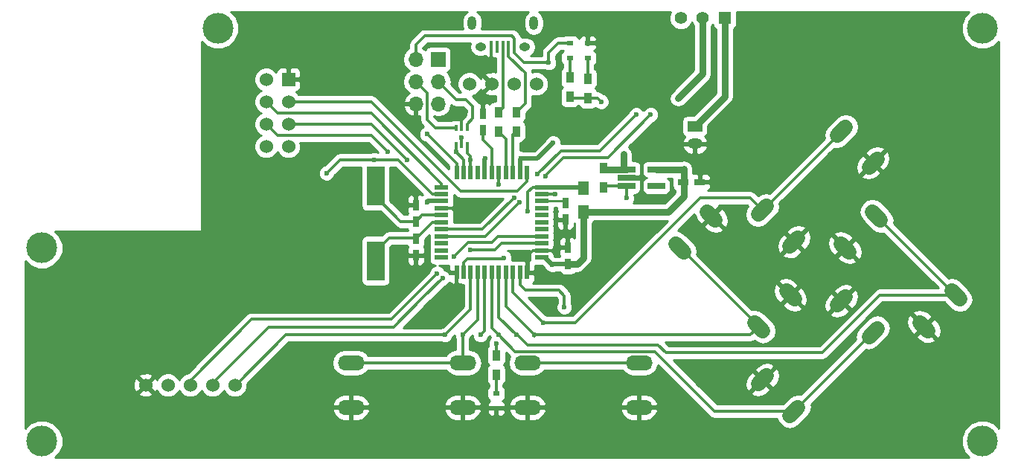
<source format=gbr>
G04 #@! TF.FileFunction,Copper,L1,Top,Signal*
%FSLAX46Y46*%
G04 Gerber Fmt 4.6, Leading zero omitted, Abs format (unit mm)*
G04 Created by KiCad (PCBNEW 4.0.5) date 03/21/17 19:18:11*
%MOMM*%
%LPD*%
G01*
G04 APERTURE LIST*
%ADD10C,0.100000*%
%ADD11R,1.700000X1.700000*%
%ADD12O,1.700000X1.700000*%
%ADD13R,0.550000X1.500000*%
%ADD14R,1.500000X0.550000*%
%ADD15C,1.727200*%
%ADD16R,0.900000X1.200000*%
%ADD17O,3.048000X1.727200*%
%ADD18R,1.200000X0.750000*%
%ADD19R,0.750000X1.200000*%
%ADD20R,0.800000X0.600000*%
%ADD21R,1.700000X1.200000*%
%ADD22O,1.700000X1.200000*%
%ADD23R,1.300000X1.500000*%
%ADD24R,0.400000X1.350000*%
%ADD25O,1.250000X0.950000*%
%ADD26O,1.000000X1.550000*%
%ADD27R,2.000000X0.650000*%
%ADD28R,1.524000X1.524000*%
%ADD29C,1.524000*%
%ADD30R,0.400000X0.650000*%
%ADD31R,2.000000X4.500000*%
%ADD32R,1.397000X1.397000*%
%ADD33C,1.397000*%
%ADD34C,3.500000*%
%ADD35C,0.600000*%
%ADD36C,0.375000*%
%ADD37C,0.625000*%
%ADD38C,0.250000*%
%ADD39C,0.500000*%
%ADD40C,0.750000*%
%ADD41C,0.254000*%
G04 APERTURE END LIST*
D10*
D11*
X84074000Y-144526000D03*
D12*
X81534000Y-144526000D03*
X84074000Y-147066000D03*
X81534000Y-147066000D03*
X84074000Y-149606000D03*
X81534000Y-149606000D03*
D13*
X94170000Y-157368000D03*
X93370000Y-157368000D03*
X92570000Y-157368000D03*
X91770000Y-157368000D03*
X90970000Y-157368000D03*
X90170000Y-157368000D03*
X89370000Y-157368000D03*
X88570000Y-157368000D03*
X87770000Y-157368000D03*
X86970000Y-157368000D03*
X86170000Y-157368000D03*
D14*
X84470000Y-159068000D03*
X84470000Y-159868000D03*
X84470000Y-160668000D03*
X84470000Y-161468000D03*
X84470000Y-162268000D03*
X84470000Y-163068000D03*
X84470000Y-163868000D03*
X84470000Y-164668000D03*
X84470000Y-165468000D03*
X84470000Y-166268000D03*
X84470000Y-167068000D03*
D13*
X86170000Y-168768000D03*
X86970000Y-168768000D03*
X87770000Y-168768000D03*
X88570000Y-168768000D03*
X89370000Y-168768000D03*
X90170000Y-168768000D03*
X90970000Y-168768000D03*
X91770000Y-168768000D03*
X92570000Y-168768000D03*
X93370000Y-168768000D03*
X94170000Y-168768000D03*
D14*
X95870000Y-167068000D03*
X95870000Y-166268000D03*
X95870000Y-165468000D03*
X95870000Y-164668000D03*
X95870000Y-163868000D03*
X95870000Y-163068000D03*
X95870000Y-162268000D03*
X95870000Y-161468000D03*
X95870000Y-160668000D03*
X95870000Y-159868000D03*
X95870000Y-159068000D03*
D15*
X123675206Y-170883104D02*
X124609152Y-171817050D01*
X120083104Y-174475206D02*
X121017050Y-175409152D01*
X114694950Y-161902848D02*
X115628896Y-162836794D01*
X111102848Y-165494950D02*
X112036794Y-166428896D01*
X129481104Y-172488794D02*
X130415050Y-171554848D01*
X133073206Y-176080896D02*
X134007152Y-175146950D01*
X120500848Y-181469050D02*
X121434794Y-180535104D01*
X124092950Y-185061152D02*
X125026896Y-184127206D01*
D16*
X92964000Y-150538000D03*
X92964000Y-152738000D03*
D15*
X130832794Y-166428896D02*
X129898848Y-165494950D01*
X134424896Y-162836794D02*
X133490950Y-161902848D01*
X139813050Y-175409152D02*
X138879104Y-174475206D01*
X143405152Y-171817050D02*
X142471206Y-170883104D01*
X125026896Y-164823206D02*
X124092950Y-165757152D01*
X121434794Y-161231104D02*
X120500848Y-162165050D01*
X134007152Y-155842950D02*
X133073206Y-156776896D01*
X130415050Y-152250848D02*
X129481104Y-153184794D01*
D17*
X94234000Y-184150000D03*
X94234000Y-179070000D03*
X106934000Y-184150000D03*
X106934000Y-179070000D03*
X74168000Y-184150000D03*
X74168000Y-179070000D03*
X86868000Y-184150000D03*
X86868000Y-179070000D03*
D18*
X111953000Y-158496000D03*
X113853000Y-158496000D03*
D19*
X81534000Y-166812000D03*
X81534000Y-164912000D03*
X81534000Y-161102000D03*
X81534000Y-163002000D03*
X89154000Y-150688000D03*
X89154000Y-152588000D03*
X98552000Y-162748000D03*
X98552000Y-160848000D03*
X98806000Y-165928000D03*
X98806000Y-167828000D03*
D20*
X99060000Y-144360000D03*
X99060000Y-142660000D03*
X101092000Y-142660000D03*
X101092000Y-144360000D03*
X90678000Y-184238000D03*
X90678000Y-182538000D03*
D21*
X113284000Y-152146000D03*
D22*
X113284000Y-154146000D03*
D23*
X100584000Y-161878000D03*
X100584000Y-159178000D03*
D24*
X92740000Y-143082000D03*
X92090000Y-143082000D03*
X91440000Y-143082000D03*
X90790000Y-143082000D03*
X90140000Y-143082000D03*
D25*
X93940000Y-143082000D03*
X88940000Y-143082000D03*
D26*
X94940000Y-140382000D03*
X87940000Y-140382000D03*
D16*
X99060000Y-148801000D03*
X99060000Y-146601000D03*
X101092000Y-146728000D03*
X101092000Y-148928000D03*
X102870000Y-156888000D03*
X102870000Y-159088000D03*
X90932000Y-150538000D03*
X90932000Y-152738000D03*
X90678000Y-180424000D03*
X90678000Y-178224000D03*
D27*
X105478000Y-157038000D03*
X105478000Y-157988000D03*
X105478000Y-158938000D03*
X108898000Y-158938000D03*
X108898000Y-157038000D03*
D28*
X67056000Y-146812000D03*
D29*
X64516000Y-146812000D03*
X67056000Y-149352000D03*
X64516000Y-149352000D03*
X67056000Y-151892000D03*
X64516000Y-151892000D03*
X67056000Y-154432000D03*
X64516000Y-154432000D03*
D30*
X87391000Y-152339000D03*
X86091000Y-152339000D03*
X86741000Y-154239000D03*
X86741000Y-152339000D03*
X86091000Y-154239000D03*
X87391000Y-154239000D03*
D31*
X76962000Y-158945000D03*
X76962000Y-167445000D03*
D29*
X50800000Y-181610000D03*
X53340000Y-181610000D03*
X55880000Y-181610000D03*
X58420000Y-181610000D03*
X60960000Y-181610000D03*
X87630000Y-147320000D03*
X90170000Y-147320000D03*
X92710000Y-147320000D03*
X95250000Y-147320000D03*
D32*
X116673000Y-139827000D03*
D33*
X114173000Y-139827000D03*
X111673000Y-139827000D03*
D34*
X59000000Y-141000000D03*
X39000000Y-166000000D03*
X39000000Y-188000000D03*
X146000000Y-188000000D03*
X146000000Y-141000000D03*
D35*
X86360000Y-161417000D03*
X98552000Y-164338000D03*
X95504000Y-168910000D03*
X80391000Y-159131000D03*
X80772000Y-168656000D03*
X90932000Y-158750000D03*
X97409000Y-159893000D03*
X86106000Y-170434000D03*
X87249000Y-150495000D03*
X103378000Y-151130000D03*
X107188000Y-157988000D03*
X90932000Y-175895000D03*
X92964000Y-175895000D03*
X96012000Y-174498000D03*
X94996000Y-175895000D03*
X88900000Y-175895000D03*
X86868000Y-175895000D03*
X93472000Y-155829000D03*
X89408000Y-155829000D03*
X97155000Y-154051000D03*
X96647000Y-144907000D03*
X112014000Y-156972000D03*
X82804000Y-160782000D03*
X86741000Y-153416000D03*
X97028000Y-167894000D03*
X82804000Y-153035000D03*
X71374000Y-157480000D03*
X76835000Y-155956000D03*
X85852000Y-167005000D03*
X83947000Y-168910000D03*
X87757000Y-166243000D03*
X84582000Y-169418000D03*
X84836000Y-175895000D03*
X94234000Y-161798000D03*
X91567000Y-167132000D03*
X105156000Y-155321000D03*
X102616000Y-149352000D03*
X105537000Y-160274000D03*
X92710000Y-160274000D03*
X95377000Y-157607000D03*
X106624000Y-150805000D03*
X96266000Y-157861000D03*
X93345000Y-160782000D03*
X108260000Y-150805000D03*
X90678000Y-176911000D03*
X98425000Y-172720000D03*
X87770000Y-155969000D03*
X80518000Y-155956000D03*
X86091000Y-155052000D03*
X78359000Y-155067000D03*
X111379000Y-148971000D03*
D36*
X84470000Y-161468000D02*
X86309000Y-161468000D01*
X86309000Y-161468000D02*
X86360000Y-161417000D01*
X95870000Y-166268000D02*
X94844000Y-166268000D01*
X94170000Y-166942000D02*
X94170000Y-168768000D01*
X94844000Y-166268000D02*
X94170000Y-166942000D01*
X98552000Y-162748000D02*
X98552000Y-164338000D01*
X98806000Y-164592000D02*
X98806000Y-165928000D01*
X98552000Y-164338000D02*
X98806000Y-164592000D01*
X94170000Y-168768000D02*
X95362000Y-168768000D01*
X95362000Y-168768000D02*
X95504000Y-168910000D01*
X81534000Y-161102000D02*
X81534000Y-160274000D01*
X81534000Y-160274000D02*
X80391000Y-159131000D01*
X81534000Y-166812000D02*
X81534000Y-167894000D01*
X81534000Y-167894000D02*
X80772000Y-168656000D01*
X90970000Y-157368000D02*
X90970000Y-158712000D01*
X90970000Y-158712000D02*
X90932000Y-158750000D01*
X95870000Y-159868000D02*
X97384000Y-159868000D01*
X97384000Y-159868000D02*
X97409000Y-159893000D01*
X95870000Y-166268000D02*
X97130000Y-166268000D01*
X97470000Y-165928000D02*
X98806000Y-165928000D01*
X97130000Y-166268000D02*
X97470000Y-165928000D01*
X86170000Y-168768000D02*
X86170000Y-170370000D01*
X86170000Y-170370000D02*
X86106000Y-170434000D01*
X90140000Y-143082000D02*
X90140000Y-144877000D01*
X90140000Y-144877000D02*
X90170000Y-144907000D01*
X86741000Y-152339000D02*
X86741000Y-151003000D01*
X86741000Y-151003000D02*
X87249000Y-150495000D01*
D37*
X105478000Y-157988000D02*
X107188000Y-157988000D01*
D36*
X90932000Y-175895000D02*
X92837000Y-177800000D01*
X115506179Y-184594179D02*
X124559923Y-184594179D01*
X108712000Y-177800000D02*
X115506179Y-184594179D01*
X92837000Y-177800000D02*
X108712000Y-177800000D01*
X90170000Y-168768000D02*
X90170000Y-175133000D01*
X90170000Y-175133000D02*
X90932000Y-175895000D01*
X133540179Y-175613923D02*
X124559923Y-184594179D01*
X99314000Y-177038000D02*
X109093000Y-177038000D01*
X134338923Y-171350077D02*
X127762000Y-177927000D01*
X127762000Y-177927000D02*
X109982000Y-177927000D01*
X142938179Y-171350077D02*
X134338923Y-171350077D01*
X93091000Y-175895000D02*
X94234000Y-177038000D01*
X94234000Y-177038000D02*
X99314000Y-177038000D01*
X93091000Y-175895000D02*
X92964000Y-175895000D01*
X109093000Y-177038000D02*
X109982000Y-177927000D01*
X90970000Y-168768000D02*
X90970000Y-173901000D01*
X90970000Y-173901000D02*
X92964000Y-175895000D01*
X133957923Y-162369821D02*
X142938179Y-171350077D01*
X110236000Y-163957000D02*
X113665000Y-160528000D01*
X119543744Y-160274000D02*
X120967821Y-161698077D01*
X113919000Y-160274000D02*
X119543744Y-160274000D01*
X113665000Y-160528000D02*
X113919000Y-160274000D01*
X110236000Y-163957000D02*
X99695000Y-174498000D01*
X99695000Y-174498000D02*
X96012000Y-174498000D01*
X92570000Y-171056000D02*
X96012000Y-174498000D01*
X92570000Y-171056000D02*
X92570000Y-168768000D01*
D38*
X120967821Y-161698077D02*
X120967821Y-161734179D01*
D36*
X129948077Y-152717821D02*
X120967821Y-161698077D01*
X100330000Y-175895000D02*
X119597256Y-175895000D01*
X94996000Y-175895000D02*
X100330000Y-175895000D01*
X119597256Y-175895000D02*
X120550077Y-174942179D01*
X94996000Y-175895000D02*
X94996000Y-176022000D01*
X91770000Y-168768000D02*
X91770000Y-172669000D01*
X91770000Y-172669000D02*
X94996000Y-175895000D01*
X120550077Y-174942179D02*
X111569821Y-165961923D01*
X89370000Y-168768000D02*
X89370000Y-175425000D01*
X89370000Y-175425000D02*
X88900000Y-175895000D01*
X94234000Y-179070000D02*
X106934000Y-179070000D01*
X86868000Y-175895000D02*
X86868000Y-179070000D01*
X88570000Y-168768000D02*
X88570000Y-174193000D01*
X88570000Y-174193000D02*
X86868000Y-175895000D01*
X86868000Y-179070000D02*
X74168000Y-179070000D01*
D39*
X89370000Y-157368000D02*
X89370000Y-155867000D01*
X89370000Y-155867000D02*
X89408000Y-155829000D01*
X95377000Y-155829000D02*
X93472000Y-155829000D01*
X97155000Y-154051000D02*
X95377000Y-155829000D01*
X93370000Y-155931000D02*
X93370000Y-157368000D01*
X93472000Y-155829000D02*
X93370000Y-155931000D01*
D36*
X92740000Y-143082000D02*
X92740000Y-142143000D01*
X81534000Y-142875000D02*
X81534000Y-144526000D01*
X82550000Y-141859000D02*
X81534000Y-142875000D01*
X92456000Y-141859000D02*
X82550000Y-141859000D01*
X92740000Y-142143000D02*
X92456000Y-141859000D01*
X99060000Y-142660000D02*
X97751000Y-142660000D01*
X96647000Y-143764000D02*
X96647000Y-144907000D01*
X97751000Y-142660000D02*
X96647000Y-143764000D01*
X93472000Y-144526000D02*
X93853000Y-144907000D01*
X92740000Y-143794000D02*
X93472000Y-144526000D01*
X92740000Y-143794000D02*
X92740000Y-143082000D01*
X93853000Y-144907000D02*
X96647000Y-144907000D01*
D40*
X112014000Y-156972000D02*
X112014000Y-158435000D01*
X112014000Y-158435000D02*
X111953000Y-158496000D01*
X112014000Y-156972000D02*
X112014000Y-160147000D01*
X112014000Y-160147000D02*
X110283000Y-161878000D01*
X111948000Y-157038000D02*
X112014000Y-156972000D01*
X111948000Y-157038000D02*
X108898000Y-157038000D01*
X100584000Y-161878000D02*
X110283000Y-161878000D01*
D39*
X82804000Y-160782000D02*
X82918000Y-160668000D01*
X82918000Y-160668000D02*
X84470000Y-160668000D01*
D36*
X86741000Y-154239000D02*
X86741000Y-153416000D01*
X108898000Y-157038000D02*
X111760000Y-157038000D01*
D39*
X95870000Y-167068000D02*
X96202000Y-167068000D01*
X96202000Y-167068000D02*
X97028000Y-167894000D01*
X97094000Y-167828000D02*
X98806000Y-167828000D01*
X97028000Y-167894000D02*
X97094000Y-167828000D01*
D40*
X98806000Y-167828000D02*
X99888000Y-167828000D01*
X99888000Y-167828000D02*
X100584000Y-167132000D01*
X100584000Y-167132000D02*
X100584000Y-161878000D01*
D36*
X84470000Y-163068000D02*
X83378000Y-163068000D01*
X83378000Y-163068000D02*
X81534000Y-164912000D01*
X81468000Y-164846000D02*
X78486000Y-164846000D01*
X78486000Y-164846000D02*
X76962000Y-166370000D01*
D38*
X81468000Y-164846000D02*
X81534000Y-164912000D01*
X76962000Y-167445000D02*
X76962000Y-166370000D01*
D39*
X81534000Y-164912000D02*
X81468000Y-164912000D01*
D38*
X81722000Y-164912000D02*
X81534000Y-164912000D01*
D36*
X79817000Y-163002000D02*
X81534000Y-163002000D01*
X76962000Y-160147000D02*
X79817000Y-163002000D01*
D38*
X76962000Y-158945000D02*
X76962000Y-160147000D01*
D36*
X84470000Y-162268000D02*
X82268000Y-162268000D01*
X82268000Y-162268000D02*
X81534000Y-163002000D01*
X90170000Y-157368000D02*
X90170000Y-154686000D01*
X89154000Y-153670000D02*
X89154000Y-152588000D01*
X90170000Y-154686000D02*
X89154000Y-153670000D01*
D38*
X95870000Y-160668000D02*
X98504000Y-160668000D01*
X98504000Y-160668000D02*
X98552000Y-160716000D01*
D36*
X99060000Y-146728000D02*
X99060000Y-144360000D01*
X101092000Y-146728000D02*
X101092000Y-144360000D01*
X90678000Y-180424000D02*
X90678000Y-182538000D01*
D40*
X116673000Y-139827000D02*
X116673000Y-148757000D01*
X116673000Y-148757000D02*
X113284000Y-152146000D01*
D36*
X86170000Y-156401000D02*
X86170000Y-157368000D01*
X82804000Y-153035000D02*
X86170000Y-156401000D01*
D38*
X86170000Y-157368000D02*
X86170000Y-156909000D01*
D36*
X87391000Y-152339000D02*
X87391000Y-151877000D01*
X86106000Y-149098000D02*
X84074000Y-147066000D01*
X87249000Y-149098000D02*
X86106000Y-149098000D01*
X88011000Y-149860000D02*
X87249000Y-149098000D01*
X88011000Y-151257000D02*
X88011000Y-149860000D01*
X87391000Y-151877000D02*
X88011000Y-151257000D01*
X83759000Y-152339000D02*
X86091000Y-152339000D01*
X82804000Y-151384000D02*
X83759000Y-152339000D01*
X82804000Y-148336000D02*
X82804000Y-151384000D01*
X81534000Y-147066000D02*
X82804000Y-148336000D01*
X72898000Y-155956000D02*
X71374000Y-157480000D01*
X72898000Y-155956000D02*
X76835000Y-155956000D01*
X84470000Y-159868000D02*
X83414000Y-159868000D01*
X83414000Y-159868000D02*
X79502000Y-155956000D01*
X79502000Y-155956000D02*
X76835000Y-155956000D01*
X55880000Y-181610000D02*
X55880000Y-181102000D01*
X55880000Y-181102000D02*
X62865000Y-174117000D01*
X81788000Y-171069000D02*
X78740000Y-174117000D01*
X78740000Y-174117000D02*
X62865000Y-174117000D01*
X90983000Y-164668000D02*
X90856000Y-164668000D01*
X95870000Y-164668000D02*
X90983000Y-164668000D01*
X83947000Y-168910000D02*
X81788000Y-171069000D01*
X87503000Y-165354000D02*
X85852000Y-167005000D01*
X90170000Y-165354000D02*
X87503000Y-165354000D01*
X90856000Y-164668000D02*
X90170000Y-165354000D01*
X58420000Y-181610000D02*
X58420000Y-181356000D01*
X58420000Y-181356000D02*
X64770000Y-175006000D01*
X82169000Y-171831000D02*
X78994000Y-175006000D01*
X95870000Y-165468000D02*
X91326000Y-165468000D01*
X90551000Y-166243000D02*
X91326000Y-165468000D01*
X87757000Y-166243000D02*
X90551000Y-166243000D01*
X84582000Y-169418000D02*
X82423000Y-171577000D01*
X82423000Y-171577000D02*
X82169000Y-171831000D01*
X78994000Y-175006000D02*
X64770000Y-175006000D01*
X60960000Y-181610000D02*
X61027002Y-181610000D01*
X61027002Y-181610000D02*
X66742002Y-175895000D01*
X84836000Y-175895000D02*
X66742002Y-175895000D01*
X87770000Y-172961000D02*
X84836000Y-175895000D01*
X87770000Y-168768000D02*
X87770000Y-172961000D01*
X94234000Y-159639000D02*
X94805000Y-159068000D01*
X94234000Y-161798000D02*
X94234000Y-159639000D01*
X95870000Y-159068000D02*
X94805000Y-159068000D01*
X86970000Y-167665000D02*
X86970000Y-168768000D01*
X87376000Y-167259000D02*
X86970000Y-167665000D01*
X91440000Y-167259000D02*
X87376000Y-167259000D01*
X91567000Y-167132000D02*
X91440000Y-167259000D01*
D39*
X95870000Y-159068000D02*
X97282000Y-159068000D01*
X97282000Y-159068000D02*
X100474000Y-159068000D01*
X100474000Y-159068000D02*
X100584000Y-159178000D01*
D36*
X92090000Y-143082000D02*
X92090000Y-144160000D01*
X93980000Y-149522000D02*
X92964000Y-150538000D01*
X93980000Y-146050000D02*
X93980000Y-149522000D01*
X92090000Y-144160000D02*
X93980000Y-146050000D01*
X91440000Y-143082000D02*
X91440000Y-150030000D01*
X91440000Y-150030000D02*
X90932000Y-150538000D01*
D40*
X105478000Y-157038000D02*
X103020000Y-157038000D01*
X103020000Y-157038000D02*
X102870000Y-156888000D01*
X105156000Y-156718000D02*
X105156000Y-155321000D01*
D37*
X103020000Y-157038000D02*
X102870000Y-156888000D01*
D38*
X103020000Y-157038000D02*
X102870000Y-156888000D01*
D36*
X102616000Y-149352000D02*
X102192000Y-148928000D01*
X102192000Y-148928000D02*
X101092000Y-148928000D01*
X99060000Y-148928000D02*
X101092000Y-148928000D01*
D39*
X99230000Y-149098000D02*
X99060000Y-148928000D01*
D36*
X105478000Y-158938000D02*
X105478000Y-160215000D01*
X105478000Y-160215000D02*
X105537000Y-160274000D01*
X105478000Y-158938000D02*
X103020000Y-158938000D01*
D38*
X103020000Y-158938000D02*
X102870000Y-159088000D01*
X103020000Y-158938000D02*
X102870000Y-159088000D01*
X105328000Y-159088000D02*
X105478000Y-158938000D01*
D36*
X91770000Y-157368000D02*
X91770000Y-153576000D01*
X91770000Y-153576000D02*
X90932000Y-152738000D01*
D38*
X91262000Y-153068000D02*
X90932000Y-152738000D01*
D36*
X92570000Y-157368000D02*
X92570000Y-153132000D01*
X92570000Y-153132000D02*
X92964000Y-152738000D01*
X84470000Y-163868000D02*
X89116000Y-163868000D01*
X89116000Y-163868000D02*
X92710000Y-160274000D01*
X98044000Y-154940000D02*
X95377000Y-157607000D01*
X102489000Y-154940000D02*
X98044000Y-154940000D01*
X106624000Y-150805000D02*
X102489000Y-154940000D01*
X108260000Y-150805000D02*
X108260000Y-150820000D01*
X108260000Y-150820000D02*
X103378000Y-155702000D01*
X96266000Y-157734000D02*
X98298000Y-155702000D01*
X98298000Y-155702000D02*
X103378000Y-155702000D01*
X96266000Y-157861000D02*
X96266000Y-157734000D01*
X84470000Y-164668000D02*
X89459000Y-164668000D01*
X89459000Y-164668000D02*
X93345000Y-160782000D01*
X98425000Y-171450000D02*
X98425000Y-172720000D01*
X93370000Y-170205000D02*
X93980000Y-170815000D01*
X93980000Y-170815000D02*
X97790000Y-170815000D01*
X97790000Y-170815000D02*
X98425000Y-171450000D01*
X90678000Y-178224000D02*
X90678000Y-176911000D01*
X93370000Y-170205000D02*
X93370000Y-168768000D01*
X67056000Y-151892000D02*
X76454000Y-151892000D01*
X76454000Y-151892000D02*
X80518000Y-155956000D01*
X87770000Y-155969000D02*
X87770000Y-155588000D01*
X87391000Y-155209000D02*
X87391000Y-154239000D01*
X87770000Y-155588000D02*
X87391000Y-155209000D01*
X87770000Y-155969000D02*
X87770000Y-157368000D01*
X64516000Y-151892000D02*
X65786000Y-153162000D01*
X65786000Y-153162000D02*
X76454000Y-153162000D01*
X76454000Y-153162000D02*
X78359000Y-155067000D01*
X86970000Y-157368000D02*
X86970000Y-155931000D01*
X86091000Y-155052000D02*
X86091000Y-154239000D01*
X86970000Y-155931000D02*
X86091000Y-155052000D01*
X64516000Y-149352000D02*
X65786000Y-150622000D01*
X65786000Y-150622000D02*
X76454000Y-150622000D01*
X84470000Y-159068000D02*
X84470000Y-158638000D01*
X84470000Y-158638000D02*
X76454000Y-150622000D01*
X67056000Y-149352000D02*
X76454000Y-149352000D01*
X86614000Y-159512000D02*
X91567000Y-159512000D01*
X91567000Y-159512000D02*
X92710000Y-159512000D01*
X92710000Y-159512000D02*
X93091000Y-159512000D01*
X93091000Y-159512000D02*
X93980000Y-158623000D01*
X94170000Y-158433000D02*
X93980000Y-158623000D01*
X85725000Y-158623000D02*
X84455000Y-157353000D01*
X94170000Y-158433000D02*
X94170000Y-157368000D01*
X76454000Y-149352000D02*
X84455000Y-157353000D01*
X85725000Y-158623000D02*
X86614000Y-159512000D01*
D40*
X114173000Y-146177000D02*
X114173000Y-139827000D01*
X111379000Y-148971000D02*
X114173000Y-146177000D01*
D41*
G36*
X87137434Y-139276810D02*
X86891397Y-139645030D01*
X86805000Y-140079376D01*
X86805000Y-140684624D01*
X86874993Y-141036500D01*
X82550000Y-141036500D01*
X82235243Y-141099109D01*
X81968405Y-141277405D01*
X80952405Y-142293405D01*
X80774109Y-142560243D01*
X80711500Y-142875000D01*
X80711500Y-143304460D01*
X80454853Y-143475946D01*
X80132946Y-143957715D01*
X80019907Y-144526000D01*
X80132946Y-145094285D01*
X80454853Y-145576054D01*
X80784026Y-145796000D01*
X80454853Y-146015946D01*
X80132946Y-146497715D01*
X80019907Y-147066000D01*
X80132946Y-147634285D01*
X80454853Y-148116054D01*
X80795553Y-148343702D01*
X80652642Y-148410817D01*
X80262355Y-148839076D01*
X80092524Y-149249110D01*
X80213845Y-149479000D01*
X81407000Y-149479000D01*
X81407000Y-149459000D01*
X81661000Y-149459000D01*
X81661000Y-149479000D01*
X81681000Y-149479000D01*
X81681000Y-149733000D01*
X81661000Y-149733000D01*
X81661000Y-150926819D01*
X81890892Y-151047486D01*
X81981500Y-151004934D01*
X81981500Y-151384000D01*
X82044109Y-151698757D01*
X82222405Y-151965595D01*
X82433306Y-152176496D01*
X82275057Y-152241883D01*
X82011808Y-152504673D01*
X81869162Y-152848201D01*
X81868838Y-153220167D01*
X82010883Y-153563943D01*
X82273673Y-153827192D01*
X82546141Y-153940331D01*
X85247560Y-156641750D01*
X85247560Y-156982370D01*
X85036598Y-156771408D01*
X85036596Y-156771405D01*
X78228081Y-149962890D01*
X80092524Y-149962890D01*
X80262355Y-150372924D01*
X80652642Y-150801183D01*
X81177108Y-151047486D01*
X81407000Y-150926819D01*
X81407000Y-149733000D01*
X80213845Y-149733000D01*
X80092524Y-149962890D01*
X78228081Y-149962890D01*
X77035595Y-148770405D01*
X76768757Y-148592109D01*
X76454000Y-148529500D01*
X68208869Y-148529500D01*
X67888928Y-148209000D01*
X67944309Y-148209000D01*
X68177698Y-148112327D01*
X68356327Y-147933699D01*
X68453000Y-147700310D01*
X68453000Y-147097750D01*
X68294250Y-146939000D01*
X67183000Y-146939000D01*
X67183000Y-146959000D01*
X66929000Y-146959000D01*
X66929000Y-146939000D01*
X66909000Y-146939000D01*
X66909000Y-146685000D01*
X66929000Y-146685000D01*
X66929000Y-145573750D01*
X67183000Y-145573750D01*
X67183000Y-146685000D01*
X68294250Y-146685000D01*
X68453000Y-146526250D01*
X68453000Y-145923690D01*
X68356327Y-145690301D01*
X68177698Y-145511673D01*
X67944309Y-145415000D01*
X67341750Y-145415000D01*
X67183000Y-145573750D01*
X66929000Y-145573750D01*
X66770250Y-145415000D01*
X66167691Y-145415000D01*
X65934302Y-145511673D01*
X65755673Y-145690301D01*
X65659000Y-145923690D01*
X65659000Y-145979614D01*
X65308370Y-145628371D01*
X64795100Y-145415243D01*
X64239339Y-145414758D01*
X63725697Y-145626990D01*
X63332371Y-146019630D01*
X63119243Y-146532900D01*
X63118758Y-147088661D01*
X63330990Y-147602303D01*
X63723630Y-147995629D01*
X63931512Y-148081949D01*
X63725697Y-148166990D01*
X63332371Y-148559630D01*
X63119243Y-149072900D01*
X63118758Y-149628661D01*
X63330990Y-150142303D01*
X63723630Y-150535629D01*
X63931512Y-150621949D01*
X63725697Y-150706990D01*
X63332371Y-151099630D01*
X63119243Y-151612900D01*
X63118758Y-152168661D01*
X63330990Y-152682303D01*
X63723630Y-153075629D01*
X63931512Y-153161949D01*
X63725697Y-153246990D01*
X63332371Y-153639630D01*
X63119243Y-154152900D01*
X63118758Y-154708661D01*
X63330990Y-155222303D01*
X63723630Y-155615629D01*
X64236900Y-155828757D01*
X64792661Y-155829242D01*
X65306303Y-155617010D01*
X65699629Y-155224370D01*
X65785949Y-155016488D01*
X65870990Y-155222303D01*
X66263630Y-155615629D01*
X66776900Y-155828757D01*
X67332661Y-155829242D01*
X67846303Y-155617010D01*
X68239629Y-155224370D01*
X68452757Y-154711100D01*
X68453242Y-154155339D01*
X68382653Y-153984500D01*
X76113310Y-153984500D01*
X77240987Y-155112177D01*
X77021799Y-155021162D01*
X76649833Y-155020838D01*
X76377169Y-155133500D01*
X72898000Y-155133500D01*
X72635464Y-155185722D01*
X72583242Y-155196109D01*
X72316404Y-155374405D01*
X71115792Y-156575018D01*
X70845057Y-156686883D01*
X70581808Y-156949673D01*
X70439162Y-157293201D01*
X70438838Y-157665167D01*
X70580883Y-158008943D01*
X70843673Y-158272192D01*
X71187201Y-158414838D01*
X71559167Y-158415162D01*
X71902943Y-158273117D01*
X72166192Y-158010327D01*
X72279331Y-157737859D01*
X73238691Y-156778500D01*
X75314560Y-156778500D01*
X75314560Y-161195000D01*
X75358838Y-161430317D01*
X75497910Y-161646441D01*
X75710110Y-161791431D01*
X75962000Y-161842440D01*
X77494250Y-161842440D01*
X79235405Y-163583596D01*
X79432917Y-163715569D01*
X79502243Y-163761891D01*
X79817000Y-163824500D01*
X80553426Y-163824500D01*
X80555838Y-163837317D01*
X80632934Y-163957127D01*
X80587584Y-164023500D01*
X78486000Y-164023500D01*
X78223464Y-164075722D01*
X78171242Y-164086109D01*
X77904404Y-164264405D01*
X77621249Y-164547560D01*
X75962000Y-164547560D01*
X75726683Y-164591838D01*
X75510559Y-164730910D01*
X75365569Y-164943110D01*
X75314560Y-165195000D01*
X75314560Y-169695000D01*
X75358838Y-169930317D01*
X75497910Y-170146441D01*
X75710110Y-170291431D01*
X75962000Y-170342440D01*
X77962000Y-170342440D01*
X78197317Y-170298162D01*
X78413441Y-170159090D01*
X78558431Y-169946890D01*
X78609440Y-169695000D01*
X78609440Y-167097750D01*
X80524000Y-167097750D01*
X80524000Y-167538309D01*
X80620673Y-167771698D01*
X80799301Y-167950327D01*
X81032690Y-168047000D01*
X81248250Y-168047000D01*
X81407000Y-167888250D01*
X81407000Y-166939000D01*
X81661000Y-166939000D01*
X81661000Y-167888250D01*
X81819750Y-168047000D01*
X82035310Y-168047000D01*
X82268699Y-167950327D01*
X82447327Y-167771698D01*
X82544000Y-167538309D01*
X82544000Y-167097750D01*
X82385250Y-166939000D01*
X81661000Y-166939000D01*
X81407000Y-166939000D01*
X80682750Y-166939000D01*
X80524000Y-167097750D01*
X78609440Y-167097750D01*
X78609440Y-165885751D01*
X78826691Y-165668500D01*
X80541008Y-165668500D01*
X80555838Y-165747317D01*
X80622329Y-165850646D01*
X80620673Y-165852302D01*
X80524000Y-166085691D01*
X80524000Y-166526250D01*
X80682750Y-166685000D01*
X81407000Y-166685000D01*
X81407000Y-166665000D01*
X81661000Y-166665000D01*
X81661000Y-166685000D01*
X82385250Y-166685000D01*
X82544000Y-166526250D01*
X82544000Y-166085691D01*
X82447327Y-165852302D01*
X82445957Y-165850932D01*
X82505431Y-165763890D01*
X82556440Y-165512000D01*
X82556440Y-165052750D01*
X83072560Y-164536630D01*
X83072560Y-164943000D01*
X83096944Y-165072589D01*
X83072560Y-165193000D01*
X83072560Y-165743000D01*
X83096944Y-165872589D01*
X83072560Y-165993000D01*
X83072560Y-166543000D01*
X83096944Y-166672589D01*
X83072560Y-166793000D01*
X83072560Y-167343000D01*
X83116838Y-167578317D01*
X83255910Y-167794441D01*
X83468110Y-167939431D01*
X83720000Y-167990440D01*
X83724073Y-167990440D01*
X83418057Y-168116883D01*
X83154808Y-168379673D01*
X83041669Y-168652141D01*
X78399310Y-173294500D01*
X62865000Y-173294500D01*
X62550243Y-173357109D01*
X62283405Y-173535404D01*
X55606050Y-180212760D01*
X55603339Y-180212758D01*
X55089697Y-180424990D01*
X54696371Y-180817630D01*
X54610051Y-181025512D01*
X54525010Y-180819697D01*
X54132370Y-180426371D01*
X53619100Y-180213243D01*
X53063339Y-180212758D01*
X52549697Y-180424990D01*
X52156371Y-180817630D01*
X52076605Y-181009727D01*
X52022397Y-180878857D01*
X51780213Y-180809392D01*
X50979605Y-181610000D01*
X51780213Y-182410608D01*
X52022397Y-182341143D01*
X52072509Y-182200682D01*
X52154990Y-182400303D01*
X52547630Y-182793629D01*
X53060900Y-183006757D01*
X53616661Y-183007242D01*
X54130303Y-182795010D01*
X54523629Y-182402370D01*
X54609949Y-182194488D01*
X54694990Y-182400303D01*
X55087630Y-182793629D01*
X55600900Y-183006757D01*
X56156661Y-183007242D01*
X56670303Y-182795010D01*
X57063629Y-182402370D01*
X57149949Y-182194488D01*
X57234990Y-182400303D01*
X57627630Y-182793629D01*
X58140900Y-183006757D01*
X58696661Y-183007242D01*
X59210303Y-182795010D01*
X59603629Y-182402370D01*
X59689949Y-182194488D01*
X59774990Y-182400303D01*
X60167630Y-182793629D01*
X60680900Y-183006757D01*
X61236661Y-183007242D01*
X61750303Y-182795010D01*
X62143629Y-182402370D01*
X62356757Y-181889100D01*
X62357146Y-181443046D01*
X67082693Y-176717500D01*
X84378662Y-176717500D01*
X84649201Y-176829838D01*
X85021167Y-176830162D01*
X85364943Y-176688117D01*
X85628192Y-176425327D01*
X85741331Y-176152859D01*
X85932942Y-175961249D01*
X85932838Y-176080167D01*
X86045500Y-176352831D01*
X86045500Y-177595230D01*
X85591814Y-177685474D01*
X85105633Y-178010330D01*
X84947161Y-178247500D01*
X76088839Y-178247500D01*
X75930367Y-178010330D01*
X75444186Y-177685474D01*
X74870697Y-177571400D01*
X73465303Y-177571400D01*
X72891814Y-177685474D01*
X72405633Y-178010330D01*
X72080777Y-178496511D01*
X71966703Y-179070000D01*
X72080777Y-179643489D01*
X72405633Y-180129670D01*
X72891814Y-180454526D01*
X73465303Y-180568600D01*
X74870697Y-180568600D01*
X75444186Y-180454526D01*
X75930367Y-180129670D01*
X76088839Y-179892500D01*
X84947161Y-179892500D01*
X85105633Y-180129670D01*
X85591814Y-180454526D01*
X86165303Y-180568600D01*
X87570697Y-180568600D01*
X88144186Y-180454526D01*
X88630367Y-180129670D01*
X88955223Y-179643489D01*
X89069297Y-179070000D01*
X88955223Y-178496511D01*
X88630367Y-178010330D01*
X88144186Y-177685474D01*
X87690500Y-177595230D01*
X87690500Y-176352338D01*
X87773331Y-176152859D01*
X87964942Y-175961249D01*
X87964838Y-176080167D01*
X88106883Y-176423943D01*
X88369673Y-176687192D01*
X88713201Y-176829838D01*
X89085167Y-176830162D01*
X89428943Y-176688117D01*
X89692192Y-176425327D01*
X89805331Y-176152860D01*
X89916000Y-176042191D01*
X90027018Y-176153209D01*
X90052322Y-176214449D01*
X89885808Y-176380673D01*
X89743162Y-176724201D01*
X89742838Y-177096167D01*
X89771958Y-177166643D01*
X89631569Y-177372110D01*
X89580560Y-177624000D01*
X89580560Y-178824000D01*
X89624838Y-179059317D01*
X89763910Y-179275441D01*
X89833711Y-179323134D01*
X89776559Y-179359910D01*
X89631569Y-179572110D01*
X89580560Y-179824000D01*
X89580560Y-181024000D01*
X89624838Y-181259317D01*
X89763910Y-181475441D01*
X89855500Y-181538022D01*
X89855500Y-181755287D01*
X89826559Y-181773910D01*
X89681569Y-181986110D01*
X89630560Y-182238000D01*
X89630560Y-182838000D01*
X89674838Y-183073317D01*
X89813910Y-183289441D01*
X89953750Y-183384990D01*
X89918301Y-183399673D01*
X89739673Y-183578302D01*
X89643000Y-183811691D01*
X89643000Y-183952250D01*
X89801750Y-184111000D01*
X90551000Y-184111000D01*
X90551000Y-184091000D01*
X90805000Y-184091000D01*
X90805000Y-184111000D01*
X91554250Y-184111000D01*
X91713000Y-183952250D01*
X91713000Y-183811691D01*
X91704419Y-183790974D01*
X92118642Y-183790974D01*
X92239783Y-184023000D01*
X94107000Y-184023000D01*
X94107000Y-182651400D01*
X94361000Y-182651400D01*
X94361000Y-184023000D01*
X96228217Y-184023000D01*
X96349358Y-183790974D01*
X104818642Y-183790974D01*
X104939783Y-184023000D01*
X106807000Y-184023000D01*
X106807000Y-182651400D01*
X107061000Y-182651400D01*
X107061000Y-184023000D01*
X108928217Y-184023000D01*
X109049358Y-183790974D01*
X109027527Y-183693843D01*
X108743873Y-183180132D01*
X108285222Y-182814075D01*
X107721400Y-182651400D01*
X107061000Y-182651400D01*
X106807000Y-182651400D01*
X106146600Y-182651400D01*
X105582778Y-182814075D01*
X105124127Y-183180132D01*
X104840473Y-183693843D01*
X104818642Y-183790974D01*
X96349358Y-183790974D01*
X96327527Y-183693843D01*
X96043873Y-183180132D01*
X95585222Y-182814075D01*
X95021400Y-182651400D01*
X94361000Y-182651400D01*
X94107000Y-182651400D01*
X93446600Y-182651400D01*
X92882778Y-182814075D01*
X92424127Y-183180132D01*
X92140473Y-183693843D01*
X92118642Y-183790974D01*
X91704419Y-183790974D01*
X91616327Y-183578302D01*
X91437699Y-183399673D01*
X91401253Y-183384577D01*
X91529441Y-183302090D01*
X91674431Y-183089890D01*
X91725440Y-182838000D01*
X91725440Y-182238000D01*
X91681162Y-182002683D01*
X91542090Y-181786559D01*
X91500500Y-181758142D01*
X91500500Y-181538887D01*
X91579441Y-181488090D01*
X91724431Y-181275890D01*
X91775440Y-181024000D01*
X91775440Y-179824000D01*
X91731162Y-179588683D01*
X91592090Y-179372559D01*
X91522289Y-179324866D01*
X91579441Y-179288090D01*
X91724431Y-179075890D01*
X91775440Y-178824000D01*
X91775440Y-177901630D01*
X92236316Y-178362506D01*
X92146777Y-178496511D01*
X92032703Y-179070000D01*
X92146777Y-179643489D01*
X92471633Y-180129670D01*
X92957814Y-180454526D01*
X93531303Y-180568600D01*
X94936697Y-180568600D01*
X95510186Y-180454526D01*
X95996367Y-180129670D01*
X96154839Y-179892500D01*
X105013161Y-179892500D01*
X105171633Y-180129670D01*
X105657814Y-180454526D01*
X106231303Y-180568600D01*
X107636697Y-180568600D01*
X108210186Y-180454526D01*
X108696367Y-180129670D01*
X109021223Y-179643489D01*
X109082788Y-179333978D01*
X114924584Y-185175774D01*
X115191422Y-185354070D01*
X115506179Y-185416679D01*
X122629210Y-185416679D01*
X122678515Y-185664551D01*
X123003371Y-186150731D01*
X123489551Y-186475587D01*
X124063041Y-186589661D01*
X124636531Y-186475587D01*
X125122711Y-186150731D01*
X126116476Y-185156967D01*
X126441331Y-184670786D01*
X126555405Y-184097297D01*
X126499757Y-183817535D01*
X132763535Y-177553757D01*
X133043297Y-177609405D01*
X133616787Y-177495331D01*
X134102967Y-177170475D01*
X135096732Y-176176711D01*
X135153566Y-176091652D01*
X138376209Y-176091652D01*
X138843183Y-176558625D01*
X139356894Y-176842279D01*
X139940050Y-176907753D01*
X140503872Y-176745078D01*
X140587991Y-176691833D01*
X140666399Y-176442106D01*
X139346077Y-175121784D01*
X138376209Y-176091652D01*
X135153566Y-176091652D01*
X135421587Y-175690530D01*
X135535661Y-175117041D01*
X135421587Y-174543551D01*
X135291062Y-174348206D01*
X137380503Y-174348206D01*
X137445977Y-174931362D01*
X137729631Y-175445073D01*
X138196604Y-175912047D01*
X139166472Y-174942179D01*
X139525682Y-174942179D01*
X140846004Y-176262501D01*
X141095731Y-176184093D01*
X141148976Y-176099974D01*
X141311651Y-175536152D01*
X141246177Y-174952996D01*
X140962523Y-174439285D01*
X140495550Y-173972311D01*
X139525682Y-174942179D01*
X139166472Y-174942179D01*
X137846150Y-173621857D01*
X137596423Y-173700265D01*
X137543178Y-173784384D01*
X137380503Y-174348206D01*
X135291062Y-174348206D01*
X135096732Y-174057370D01*
X134610551Y-173732515D01*
X134037061Y-173618441D01*
X133463572Y-173732515D01*
X132977391Y-174057370D01*
X131983627Y-175051135D01*
X131658771Y-175537315D01*
X131544697Y-176110805D01*
X131600345Y-176390567D01*
X125336567Y-182654345D01*
X125056805Y-182598697D01*
X124483316Y-182712771D01*
X123997135Y-183037626D01*
X123263083Y-183771679D01*
X115846869Y-183771679D01*
X114577194Y-182502004D01*
X119647499Y-182502004D01*
X119725907Y-182751731D01*
X119810026Y-182804976D01*
X120373848Y-182967651D01*
X120957004Y-182902177D01*
X121470715Y-182618523D01*
X121937689Y-182151550D01*
X120967821Y-181181682D01*
X119647499Y-182502004D01*
X114577194Y-182502004D01*
X113671240Y-181596050D01*
X119002247Y-181596050D01*
X119164922Y-182159872D01*
X119218167Y-182243991D01*
X119467894Y-182322399D01*
X120788216Y-181002077D01*
X121147426Y-181002077D01*
X122117294Y-181971945D01*
X122584267Y-181504971D01*
X122867921Y-180991260D01*
X122933395Y-180408104D01*
X122770720Y-179844282D01*
X122717475Y-179760163D01*
X122467748Y-179681755D01*
X121147426Y-181002077D01*
X120788216Y-181002077D01*
X119818348Y-180032209D01*
X119351375Y-180499183D01*
X119067721Y-181012894D01*
X119002247Y-181596050D01*
X113671240Y-181596050D01*
X111927794Y-179852604D01*
X119997953Y-179852604D01*
X120967821Y-180822472D01*
X122288143Y-179502150D01*
X122209735Y-179252423D01*
X122125616Y-179199178D01*
X121561794Y-179036503D01*
X120978638Y-179101977D01*
X120464927Y-179385631D01*
X119997953Y-179852604D01*
X111927794Y-179852604D01*
X110824690Y-178749500D01*
X127762000Y-178749500D01*
X128076757Y-178686891D01*
X128343595Y-178508595D01*
X133409938Y-173442252D01*
X138025755Y-173442252D01*
X139346077Y-174762574D01*
X140315945Y-173792706D01*
X139848971Y-173325733D01*
X139335260Y-173042079D01*
X138752104Y-172976605D01*
X138188282Y-173139280D01*
X138104163Y-173192525D01*
X138025755Y-173442252D01*
X133409938Y-173442252D01*
X134679614Y-172172577D01*
X141641339Y-172172577D01*
X142375391Y-172906630D01*
X142861572Y-173231485D01*
X143435061Y-173345559D01*
X144008551Y-173231485D01*
X144494732Y-172906630D01*
X144819587Y-172420449D01*
X144933661Y-171846959D01*
X144819587Y-171273470D01*
X144494732Y-170787289D01*
X143500967Y-169793525D01*
X143014787Y-169468669D01*
X142441297Y-169354595D01*
X142161535Y-169410243D01*
X135897757Y-163146465D01*
X135953405Y-162866703D01*
X135839331Y-162293214D01*
X135514476Y-161807033D01*
X134520711Y-160813269D01*
X134034531Y-160488413D01*
X133461041Y-160374339D01*
X132887551Y-160488413D01*
X132401371Y-160813269D01*
X132076515Y-161299449D01*
X131962441Y-161872939D01*
X132076515Y-162446429D01*
X132401371Y-162932609D01*
X133395135Y-163926374D01*
X133881316Y-164251229D01*
X134454805Y-164365303D01*
X134734567Y-164309655D01*
X140952489Y-170527577D01*
X134338923Y-170527577D01*
X134024166Y-170590186D01*
X133757328Y-170768481D01*
X127421310Y-177104500D01*
X110322690Y-177104500D01*
X109935690Y-176717500D01*
X119597256Y-176717500D01*
X119912013Y-176654891D01*
X120066505Y-176551662D01*
X120473470Y-176823587D01*
X121046959Y-176937661D01*
X121620449Y-176823587D01*
X122106630Y-176498732D01*
X122431485Y-176012551D01*
X122545559Y-175439061D01*
X122431485Y-174865572D01*
X122106630Y-174379391D01*
X121248987Y-173521748D01*
X128627755Y-173521748D01*
X128706163Y-173771475D01*
X128790282Y-173824720D01*
X129354104Y-173987395D01*
X129937260Y-173921921D01*
X130450971Y-173638267D01*
X130917945Y-173171294D01*
X129948077Y-172201426D01*
X128627755Y-173521748D01*
X121248987Y-173521748D01*
X121112865Y-173385627D01*
X120626685Y-173060771D01*
X120053195Y-172946697D01*
X119773433Y-173002345D01*
X119270638Y-172499550D01*
X123172311Y-172499550D01*
X123639285Y-172966523D01*
X124152996Y-173250177D01*
X124736152Y-173315651D01*
X125299974Y-173152976D01*
X125384093Y-173099731D01*
X125462501Y-172850004D01*
X124142179Y-171529682D01*
X123172311Y-172499550D01*
X119270638Y-172499550D01*
X117527192Y-170756104D01*
X122176605Y-170756104D01*
X122242079Y-171339260D01*
X122525733Y-171852971D01*
X122992706Y-172319945D01*
X123962574Y-171350077D01*
X124321784Y-171350077D01*
X125642106Y-172670399D01*
X125816021Y-172615794D01*
X127982503Y-172615794D01*
X128145178Y-173179616D01*
X128198423Y-173263735D01*
X128448150Y-173342143D01*
X129768472Y-172021821D01*
X130127682Y-172021821D01*
X131097550Y-172991689D01*
X131564523Y-172524715D01*
X131848177Y-172011004D01*
X131913651Y-171427848D01*
X131750976Y-170864026D01*
X131697731Y-170779907D01*
X131448004Y-170701499D01*
X130127682Y-172021821D01*
X129768472Y-172021821D01*
X128798604Y-171051953D01*
X128331631Y-171518927D01*
X128047977Y-172032638D01*
X127982503Y-172615794D01*
X125816021Y-172615794D01*
X125891833Y-172591991D01*
X125945078Y-172507872D01*
X126107753Y-171944050D01*
X126042279Y-171360894D01*
X125772521Y-170872348D01*
X128978209Y-170872348D01*
X129948077Y-171842216D01*
X131268399Y-170521894D01*
X131189991Y-170272167D01*
X131105872Y-170218922D01*
X130542050Y-170056247D01*
X129958894Y-170121721D01*
X129445183Y-170405375D01*
X128978209Y-170872348D01*
X125772521Y-170872348D01*
X125758625Y-170847183D01*
X125291652Y-170380209D01*
X124321784Y-171350077D01*
X123962574Y-171350077D01*
X122642252Y-170029755D01*
X122392525Y-170108163D01*
X122339280Y-170192282D01*
X122176605Y-170756104D01*
X117527192Y-170756104D01*
X116621238Y-169850150D01*
X122821857Y-169850150D01*
X124142179Y-171170472D01*
X125112047Y-170200604D01*
X124645073Y-169733631D01*
X124131362Y-169449977D01*
X123548206Y-169384503D01*
X122984384Y-169547178D01*
X122900265Y-169600423D01*
X122821857Y-169850150D01*
X116621238Y-169850150D01*
X113561194Y-166790106D01*
X123239601Y-166790106D01*
X123318009Y-167039833D01*
X123402128Y-167093078D01*
X123965950Y-167255753D01*
X124549106Y-167190279D01*
X124691966Y-167111396D01*
X129395953Y-167111396D01*
X129862927Y-167578369D01*
X130376638Y-167862023D01*
X130959794Y-167927497D01*
X131523616Y-167764822D01*
X131607735Y-167711577D01*
X131686143Y-167461850D01*
X130365821Y-166141528D01*
X129395953Y-167111396D01*
X124691966Y-167111396D01*
X125062817Y-166906625D01*
X125529791Y-166439652D01*
X124559923Y-165469784D01*
X123239601Y-166790106D01*
X113561194Y-166790106D01*
X113509655Y-166738567D01*
X113565303Y-166458805D01*
X113451229Y-165885316D01*
X113450452Y-165884152D01*
X122594349Y-165884152D01*
X122757024Y-166447974D01*
X122810269Y-166532093D01*
X123059996Y-166610501D01*
X124380318Y-165290179D01*
X124739528Y-165290179D01*
X125709396Y-166260047D01*
X126176369Y-165793073D01*
X126411107Y-165367950D01*
X128400247Y-165367950D01*
X128465721Y-165951106D01*
X128749375Y-166464817D01*
X129216348Y-166931791D01*
X130186216Y-165961923D01*
X130545426Y-165961923D01*
X131865748Y-167282245D01*
X132115475Y-167203837D01*
X132168720Y-167119718D01*
X132331395Y-166555896D01*
X132265921Y-165972740D01*
X131982267Y-165459029D01*
X131515294Y-164992055D01*
X130545426Y-165961923D01*
X130186216Y-165961923D01*
X128865894Y-164641601D01*
X128616167Y-164720009D01*
X128562922Y-164804128D01*
X128400247Y-165367950D01*
X126411107Y-165367950D01*
X126460023Y-165279362D01*
X126525497Y-164696206D01*
X126457923Y-164461996D01*
X129045499Y-164461996D01*
X130365821Y-165782318D01*
X131335689Y-164812450D01*
X130868715Y-164345477D01*
X130355004Y-164061823D01*
X129771848Y-163996349D01*
X129208026Y-164159024D01*
X129123907Y-164212269D01*
X129045499Y-164461996D01*
X126457923Y-164461996D01*
X126362822Y-164132384D01*
X126309577Y-164048265D01*
X126059850Y-163969857D01*
X124739528Y-165290179D01*
X124380318Y-165290179D01*
X123410450Y-164320311D01*
X122943477Y-164787285D01*
X122659823Y-165300996D01*
X122594349Y-165884152D01*
X113450452Y-165884152D01*
X113126374Y-165399135D01*
X112132609Y-164405371D01*
X111646429Y-164080515D01*
X111337187Y-164019003D01*
X111836896Y-163519294D01*
X114192055Y-163519294D01*
X114659029Y-163986267D01*
X115172740Y-164269921D01*
X115755896Y-164335395D01*
X116319718Y-164172720D01*
X116370295Y-164140706D01*
X123590055Y-164140706D01*
X124559923Y-165110574D01*
X125880245Y-163790252D01*
X125801837Y-163540525D01*
X125717718Y-163487280D01*
X125153896Y-163324605D01*
X124570740Y-163390079D01*
X124057029Y-163673733D01*
X123590055Y-164140706D01*
X116370295Y-164140706D01*
X116403837Y-164119475D01*
X116482245Y-163869748D01*
X115161923Y-162549426D01*
X114192055Y-163519294D01*
X111836896Y-163519294D01*
X113235110Y-162121081D01*
X113261823Y-162359004D01*
X113545477Y-162872715D01*
X114012450Y-163339689D01*
X114982318Y-162369821D01*
X115341528Y-162369821D01*
X116661850Y-163690143D01*
X116911577Y-163611735D01*
X116964822Y-163527616D01*
X117127497Y-162963794D01*
X117062023Y-162380638D01*
X116778369Y-161866927D01*
X116311396Y-161399953D01*
X115341528Y-162369821D01*
X114982318Y-162369821D01*
X114968176Y-162355679D01*
X115147781Y-162176074D01*
X115161923Y-162190216D01*
X116131791Y-161220348D01*
X116007943Y-161096500D01*
X119203054Y-161096500D01*
X119343406Y-161236852D01*
X119086413Y-161621469D01*
X118972339Y-162194959D01*
X119086413Y-162768449D01*
X119411269Y-163254629D01*
X119897449Y-163579485D01*
X120470939Y-163693559D01*
X121044429Y-163579485D01*
X121530609Y-163254629D01*
X122524374Y-162260865D01*
X122849229Y-161774684D01*
X122963303Y-161201195D01*
X122907655Y-160921433D01*
X126019238Y-157809850D01*
X132219857Y-157809850D01*
X132298265Y-158059577D01*
X132382384Y-158112822D01*
X132946206Y-158275497D01*
X133529362Y-158210023D01*
X134043073Y-157926369D01*
X134510047Y-157459396D01*
X133540179Y-156489528D01*
X132219857Y-157809850D01*
X126019238Y-157809850D01*
X126925192Y-156903896D01*
X131574605Y-156903896D01*
X131737280Y-157467718D01*
X131790525Y-157551837D01*
X132040252Y-157630245D01*
X133360574Y-156309923D01*
X133719784Y-156309923D01*
X134689652Y-157279791D01*
X135156625Y-156812817D01*
X135440279Y-156299106D01*
X135505753Y-155715950D01*
X135343078Y-155152128D01*
X135289833Y-155068009D01*
X135040106Y-154989601D01*
X133719784Y-156309923D01*
X133360574Y-156309923D01*
X132390706Y-155340055D01*
X131923733Y-155807029D01*
X131640079Y-156320740D01*
X131574605Y-156903896D01*
X126925192Y-156903896D01*
X128668638Y-155160450D01*
X132570311Y-155160450D01*
X133540179Y-156130318D01*
X134860501Y-154809996D01*
X134782093Y-154560269D01*
X134697974Y-154507024D01*
X134134152Y-154344349D01*
X133550996Y-154409823D01*
X133037285Y-154693477D01*
X132570311Y-155160450D01*
X128668638Y-155160450D01*
X129171433Y-154657655D01*
X129451195Y-154713303D01*
X130024685Y-154599229D01*
X130510865Y-154274373D01*
X131504630Y-153280609D01*
X131829485Y-152794428D01*
X131943559Y-152220939D01*
X131829485Y-151647449D01*
X131504630Y-151161268D01*
X131018449Y-150836413D01*
X130444959Y-150722339D01*
X129871470Y-150836413D01*
X129385289Y-151161268D01*
X128391525Y-152155033D01*
X128066669Y-152641213D01*
X127952595Y-153214703D01*
X128008243Y-153494465D01*
X121744465Y-159758243D01*
X121464703Y-159702595D01*
X120891214Y-159816669D01*
X120506596Y-160073662D01*
X120125339Y-159692405D01*
X119858501Y-159514109D01*
X119543744Y-159451500D01*
X114710883Y-159451500D01*
X114812698Y-159409327D01*
X114991327Y-159230699D01*
X115088000Y-158997310D01*
X115088000Y-158781750D01*
X114929250Y-158623000D01*
X113980000Y-158623000D01*
X113980000Y-158643000D01*
X113726000Y-158643000D01*
X113726000Y-158623000D01*
X113706000Y-158623000D01*
X113706000Y-158369000D01*
X113726000Y-158369000D01*
X113726000Y-157644750D01*
X113980000Y-157644750D01*
X113980000Y-158369000D01*
X114929250Y-158369000D01*
X115088000Y-158210250D01*
X115088000Y-157994690D01*
X114991327Y-157761301D01*
X114812698Y-157582673D01*
X114579309Y-157486000D01*
X114138750Y-157486000D01*
X113980000Y-157644750D01*
X113726000Y-157644750D01*
X113567250Y-157486000D01*
X113126691Y-157486000D01*
X113024000Y-157528536D01*
X113024000Y-156972000D01*
X112947118Y-156585490D01*
X112728178Y-156257822D01*
X112400510Y-156038882D01*
X112014000Y-155962000D01*
X111682197Y-156028000D01*
X108898000Y-156028000D01*
X108709174Y-156065560D01*
X107898000Y-156065560D01*
X107662683Y-156109838D01*
X107446559Y-156248910D01*
X107301569Y-156461110D01*
X107250560Y-156713000D01*
X107250560Y-157363000D01*
X107294838Y-157598317D01*
X107433910Y-157814441D01*
X107646110Y-157959431D01*
X107783120Y-157987176D01*
X107662683Y-158009838D01*
X107446559Y-158148910D01*
X107301569Y-158361110D01*
X107250560Y-158613000D01*
X107250560Y-159263000D01*
X107294838Y-159498317D01*
X107433910Y-159714441D01*
X107646110Y-159859431D01*
X107898000Y-159910440D01*
X109898000Y-159910440D01*
X110133317Y-159866162D01*
X110349441Y-159727090D01*
X110494431Y-159514890D01*
X110545440Y-159263000D01*
X110545440Y-158613000D01*
X110501162Y-158377683D01*
X110362090Y-158161559D01*
X110195891Y-158048000D01*
X110720343Y-158048000D01*
X110705560Y-158121000D01*
X110705560Y-158871000D01*
X110749838Y-159106317D01*
X110888910Y-159322441D01*
X111004000Y-159401079D01*
X111004000Y-159728644D01*
X109864644Y-160868000D01*
X106265408Y-160868000D01*
X106329192Y-160804327D01*
X106471838Y-160460799D01*
X106472162Y-160088833D01*
X106398452Y-159910440D01*
X106478000Y-159910440D01*
X106713317Y-159866162D01*
X106929441Y-159727090D01*
X107074431Y-159514890D01*
X107125440Y-159263000D01*
X107125440Y-158613000D01*
X107099081Y-158472914D01*
X107113000Y-158439310D01*
X107113000Y-158273750D01*
X106954250Y-158115000D01*
X106873949Y-158115000D01*
X106729890Y-158016569D01*
X106592880Y-157988824D01*
X106713317Y-157966162D01*
X106876743Y-157861000D01*
X106954250Y-157861000D01*
X107113000Y-157702250D01*
X107113000Y-157536690D01*
X107097732Y-157499829D01*
X107125440Y-157363000D01*
X107125440Y-156713000D01*
X107081162Y-156477683D01*
X106942090Y-156261559D01*
X106729890Y-156116569D01*
X106478000Y-156065560D01*
X106166000Y-156065560D01*
X106166000Y-155321000D01*
X106089118Y-154934490D01*
X105870178Y-154606822D01*
X105730019Y-154513171D01*
X105779581Y-154463609D01*
X111840538Y-154463609D01*
X111855714Y-154555376D01*
X112102067Y-154975125D01*
X112490299Y-155268647D01*
X112961304Y-155391256D01*
X113157000Y-155228547D01*
X113157000Y-154273000D01*
X113411000Y-154273000D01*
X113411000Y-155228547D01*
X113606696Y-155391256D01*
X114077701Y-155268647D01*
X114465933Y-154975125D01*
X114712286Y-154555376D01*
X114727462Y-154463609D01*
X114602731Y-154273000D01*
X113411000Y-154273000D01*
X113157000Y-154273000D01*
X111965269Y-154273000D01*
X111840538Y-154463609D01*
X105779581Y-154463609D01*
X108543771Y-151699420D01*
X108788943Y-151598117D01*
X109052192Y-151335327D01*
X109194838Y-150991799D01*
X109195162Y-150619833D01*
X109053117Y-150276057D01*
X108790327Y-150012808D01*
X108446799Y-149870162D01*
X108074833Y-149869838D01*
X107731057Y-150011883D01*
X107467808Y-150274673D01*
X107442113Y-150336553D01*
X107417117Y-150276057D01*
X107154327Y-150012808D01*
X106810799Y-149870162D01*
X106438833Y-149869838D01*
X106095057Y-150011883D01*
X105831808Y-150274673D01*
X105718669Y-150547141D01*
X102148310Y-154117500D01*
X98089943Y-154117500D01*
X98090162Y-153865833D01*
X97948117Y-153522057D01*
X97685327Y-153258808D01*
X97341799Y-153116162D01*
X96969833Y-153115838D01*
X96626057Y-153257883D01*
X96362808Y-153520673D01*
X96312434Y-153641987D01*
X95010420Y-154944000D01*
X93778822Y-154944000D01*
X93658799Y-154894162D01*
X93392500Y-154893930D01*
X93392500Y-153985440D01*
X93414000Y-153985440D01*
X93649317Y-153941162D01*
X93865441Y-153802090D01*
X94010431Y-153589890D01*
X94061440Y-153338000D01*
X94061440Y-152138000D01*
X94017162Y-151902683D01*
X93878090Y-151686559D01*
X93808289Y-151638866D01*
X93865441Y-151602090D01*
X94010431Y-151389890D01*
X94061440Y-151138000D01*
X94061440Y-150603750D01*
X94561595Y-150103595D01*
X94739891Y-149836757D01*
X94802500Y-149522000D01*
X94802500Y-148646831D01*
X94970900Y-148716757D01*
X95526661Y-148717242D01*
X96040303Y-148505010D01*
X96433629Y-148112370D01*
X96646757Y-147599100D01*
X96647242Y-147043339D01*
X96435010Y-146529697D01*
X96042370Y-146136371D01*
X95529100Y-145923243D01*
X94973339Y-145922758D01*
X94792087Y-145997650D01*
X94739891Y-145735243D01*
X94736054Y-145729500D01*
X96189662Y-145729500D01*
X96460201Y-145841838D01*
X96832167Y-145842162D01*
X97175943Y-145700117D01*
X97439192Y-145437327D01*
X97581838Y-145093799D01*
X97582162Y-144721833D01*
X97469500Y-144449169D01*
X97469500Y-144104690D01*
X98091690Y-143482500D01*
X98299908Y-143482500D01*
X98341083Y-143510633D01*
X98208559Y-143595910D01*
X98063569Y-143808110D01*
X98012560Y-144060000D01*
X98012560Y-144660000D01*
X98056838Y-144895317D01*
X98195910Y-145111441D01*
X98237500Y-145139858D01*
X98237500Y-145486113D01*
X98158559Y-145536910D01*
X98013569Y-145749110D01*
X97962560Y-146001000D01*
X97962560Y-147201000D01*
X98006838Y-147436317D01*
X98145910Y-147652441D01*
X98215711Y-147700134D01*
X98158559Y-147736910D01*
X98013569Y-147949110D01*
X97962560Y-148201000D01*
X97962560Y-149401000D01*
X98006838Y-149636317D01*
X98145910Y-149852441D01*
X98358110Y-149997431D01*
X98610000Y-150048440D01*
X99510000Y-150048440D01*
X99745317Y-150004162D01*
X99961441Y-149865090D01*
X100037141Y-149754299D01*
X100038838Y-149763317D01*
X100177910Y-149979441D01*
X100390110Y-150124431D01*
X100642000Y-150175440D01*
X101542000Y-150175440D01*
X101777317Y-150131162D01*
X101957149Y-150015443D01*
X102085673Y-150144192D01*
X102429201Y-150286838D01*
X102801167Y-150287162D01*
X103144943Y-150145117D01*
X103408192Y-149882327D01*
X103550838Y-149538799D01*
X103551162Y-149166833D01*
X103409117Y-148823057D01*
X103146327Y-148559808D01*
X102873859Y-148446669D01*
X102773595Y-148346405D01*
X102506757Y-148168109D01*
X102192000Y-148105500D01*
X102147574Y-148105500D01*
X102145162Y-148092683D01*
X102006090Y-147876559D01*
X101936289Y-147828866D01*
X101993441Y-147792090D01*
X102138431Y-147579890D01*
X102189440Y-147328000D01*
X102189440Y-146128000D01*
X102145162Y-145892683D01*
X102006090Y-145676559D01*
X101914500Y-145613978D01*
X101914500Y-145142713D01*
X101943441Y-145124090D01*
X102088431Y-144911890D01*
X102139440Y-144660000D01*
X102139440Y-144060000D01*
X102095162Y-143824683D01*
X101956090Y-143608559D01*
X101816250Y-143513010D01*
X101851699Y-143498327D01*
X102030327Y-143319698D01*
X102127000Y-143086309D01*
X102127000Y-142945750D01*
X101968250Y-142787000D01*
X101219000Y-142787000D01*
X101219000Y-142807000D01*
X100965000Y-142807000D01*
X100965000Y-142787000D01*
X100945000Y-142787000D01*
X100945000Y-142533000D01*
X100965000Y-142533000D01*
X100965000Y-141883750D01*
X101219000Y-141883750D01*
X101219000Y-142533000D01*
X101968250Y-142533000D01*
X102127000Y-142374250D01*
X102127000Y-142233691D01*
X102030327Y-142000302D01*
X101851699Y-141821673D01*
X101618310Y-141725000D01*
X101377750Y-141725000D01*
X101219000Y-141883750D01*
X100965000Y-141883750D01*
X100806250Y-141725000D01*
X100565690Y-141725000D01*
X100332301Y-141821673D01*
X100153673Y-142000302D01*
X100075341Y-142189411D01*
X100063162Y-142124683D01*
X99924090Y-141908559D01*
X99711890Y-141763569D01*
X99460000Y-141712560D01*
X98660000Y-141712560D01*
X98424683Y-141756838D01*
X98299331Y-141837500D01*
X97751000Y-141837500D01*
X97436243Y-141900109D01*
X97169405Y-142078405D01*
X96065405Y-143182405D01*
X95887109Y-143449243D01*
X95824500Y-143764000D01*
X95824500Y-144084500D01*
X94573895Y-144084500D01*
X94899574Y-143866889D01*
X95140191Y-143506779D01*
X95224685Y-143082000D01*
X95140191Y-142657221D01*
X94899574Y-142297111D01*
X94539464Y-142056494D01*
X94114685Y-141972000D01*
X93765315Y-141972000D01*
X93537500Y-142017315D01*
X93499891Y-141828243D01*
X93456677Y-141763569D01*
X93321596Y-141561405D01*
X93037595Y-141277405D01*
X92770757Y-141099109D01*
X92456000Y-141036500D01*
X89005007Y-141036500D01*
X89075000Y-140684624D01*
X89075000Y-140079376D01*
X88988603Y-139645030D01*
X88742566Y-139276810D01*
X88518360Y-139127000D01*
X94361640Y-139127000D01*
X94137434Y-139276810D01*
X93891397Y-139645030D01*
X93805000Y-140079376D01*
X93805000Y-140684624D01*
X93891397Y-141118970D01*
X94137434Y-141487190D01*
X94505654Y-141733227D01*
X94940000Y-141819624D01*
X95374346Y-141733227D01*
X95742566Y-141487190D01*
X95988603Y-141118970D01*
X96075000Y-140684624D01*
X96075000Y-140079376D01*
X95988603Y-139645030D01*
X95742566Y-139276810D01*
X95518360Y-139127000D01*
X110519773Y-139127000D01*
X110339732Y-139560587D01*
X110339269Y-140091086D01*
X110541854Y-140581380D01*
X110916647Y-140956827D01*
X111406587Y-141160268D01*
X111937086Y-141160731D01*
X112427380Y-140958146D01*
X112802827Y-140583353D01*
X112923044Y-140293838D01*
X113041854Y-140581380D01*
X113163000Y-140702737D01*
X113163000Y-145758644D01*
X110664822Y-148256822D01*
X110445882Y-148584490D01*
X110369000Y-148971000D01*
X110445882Y-149357510D01*
X110664822Y-149685178D01*
X110992490Y-149904118D01*
X111379000Y-149981000D01*
X111765510Y-149904118D01*
X112093178Y-149685178D01*
X114887178Y-146891178D01*
X115106118Y-146563510D01*
X115183000Y-146177000D01*
X115183000Y-140702971D01*
X115302827Y-140583353D01*
X115327060Y-140524993D01*
X115327060Y-140525500D01*
X115371338Y-140760817D01*
X115510410Y-140976941D01*
X115663000Y-141081201D01*
X115663000Y-148338644D01*
X113103084Y-150898560D01*
X112434000Y-150898560D01*
X112198683Y-150942838D01*
X111982559Y-151081910D01*
X111837569Y-151294110D01*
X111786560Y-151546000D01*
X111786560Y-152746000D01*
X111830838Y-152981317D01*
X111969910Y-153197441D01*
X112122309Y-153301571D01*
X112102067Y-153316875D01*
X111855714Y-153736624D01*
X111840538Y-153828391D01*
X111965269Y-154019000D01*
X113157000Y-154019000D01*
X113157000Y-153999000D01*
X113411000Y-153999000D01*
X113411000Y-154019000D01*
X114602731Y-154019000D01*
X114727462Y-153828391D01*
X114712286Y-153736624D01*
X114465933Y-153316875D01*
X114444580Y-153300731D01*
X114585441Y-153210090D01*
X114730431Y-152997890D01*
X114781440Y-152746000D01*
X114781440Y-152076916D01*
X117387178Y-149471178D01*
X117606118Y-149143510D01*
X117683000Y-148757000D01*
X117683000Y-141079640D01*
X117822941Y-140989590D01*
X117967931Y-140777390D01*
X118018940Y-140525500D01*
X118018940Y-139128500D01*
X118018658Y-139127000D01*
X144500425Y-139127000D01*
X143979274Y-139647242D01*
X143615415Y-140523513D01*
X143614587Y-141472325D01*
X143976916Y-142349229D01*
X144647242Y-143020726D01*
X145523513Y-143384585D01*
X146472325Y-143385413D01*
X147349229Y-143023084D01*
X147873000Y-142500226D01*
X147873000Y-186500425D01*
X147352758Y-185979274D01*
X146476487Y-185615415D01*
X145527675Y-185614587D01*
X144650771Y-185976916D01*
X143979274Y-186647242D01*
X143615415Y-187523513D01*
X143614587Y-188472325D01*
X143976916Y-189349229D01*
X144499774Y-189873000D01*
X40499575Y-189873000D01*
X41020726Y-189352758D01*
X41384585Y-188476487D01*
X41385413Y-187527675D01*
X41023084Y-186650771D01*
X40352758Y-185979274D01*
X39476487Y-185615415D01*
X38527675Y-185614587D01*
X37650771Y-185976916D01*
X37127000Y-186499774D01*
X37127000Y-184509026D01*
X72052642Y-184509026D01*
X72074473Y-184606157D01*
X72358127Y-185119868D01*
X72816778Y-185485925D01*
X73380600Y-185648600D01*
X74041000Y-185648600D01*
X74041000Y-184277000D01*
X74295000Y-184277000D01*
X74295000Y-185648600D01*
X74955400Y-185648600D01*
X75519222Y-185485925D01*
X75977873Y-185119868D01*
X76261527Y-184606157D01*
X76283358Y-184509026D01*
X84752642Y-184509026D01*
X84774473Y-184606157D01*
X85058127Y-185119868D01*
X85516778Y-185485925D01*
X86080600Y-185648600D01*
X86741000Y-185648600D01*
X86741000Y-184277000D01*
X86995000Y-184277000D01*
X86995000Y-185648600D01*
X87655400Y-185648600D01*
X88219222Y-185485925D01*
X88677873Y-185119868D01*
X88961527Y-184606157D01*
X88980048Y-184523750D01*
X89643000Y-184523750D01*
X89643000Y-184664309D01*
X89739673Y-184897698D01*
X89918301Y-185076327D01*
X90151690Y-185173000D01*
X90392250Y-185173000D01*
X90551000Y-185014250D01*
X90551000Y-184365000D01*
X90805000Y-184365000D01*
X90805000Y-185014250D01*
X90963750Y-185173000D01*
X91204310Y-185173000D01*
X91437699Y-185076327D01*
X91616327Y-184897698D01*
X91713000Y-184664309D01*
X91713000Y-184523750D01*
X91698276Y-184509026D01*
X92118642Y-184509026D01*
X92140473Y-184606157D01*
X92424127Y-185119868D01*
X92882778Y-185485925D01*
X93446600Y-185648600D01*
X94107000Y-185648600D01*
X94107000Y-184277000D01*
X94361000Y-184277000D01*
X94361000Y-185648600D01*
X95021400Y-185648600D01*
X95585222Y-185485925D01*
X96043873Y-185119868D01*
X96327527Y-184606157D01*
X96349358Y-184509026D01*
X104818642Y-184509026D01*
X104840473Y-184606157D01*
X105124127Y-185119868D01*
X105582778Y-185485925D01*
X106146600Y-185648600D01*
X106807000Y-185648600D01*
X106807000Y-184277000D01*
X107061000Y-184277000D01*
X107061000Y-185648600D01*
X107721400Y-185648600D01*
X108285222Y-185485925D01*
X108743873Y-185119868D01*
X109027527Y-184606157D01*
X109049358Y-184509026D01*
X108928217Y-184277000D01*
X107061000Y-184277000D01*
X106807000Y-184277000D01*
X104939783Y-184277000D01*
X104818642Y-184509026D01*
X96349358Y-184509026D01*
X96228217Y-184277000D01*
X94361000Y-184277000D01*
X94107000Y-184277000D01*
X92239783Y-184277000D01*
X92118642Y-184509026D01*
X91698276Y-184509026D01*
X91554250Y-184365000D01*
X90805000Y-184365000D01*
X90551000Y-184365000D01*
X89801750Y-184365000D01*
X89643000Y-184523750D01*
X88980048Y-184523750D01*
X88983358Y-184509026D01*
X88862217Y-184277000D01*
X86995000Y-184277000D01*
X86741000Y-184277000D01*
X84873783Y-184277000D01*
X84752642Y-184509026D01*
X76283358Y-184509026D01*
X76162217Y-184277000D01*
X74295000Y-184277000D01*
X74041000Y-184277000D01*
X72173783Y-184277000D01*
X72052642Y-184509026D01*
X37127000Y-184509026D01*
X37127000Y-183790974D01*
X72052642Y-183790974D01*
X72173783Y-184023000D01*
X74041000Y-184023000D01*
X74041000Y-182651400D01*
X74295000Y-182651400D01*
X74295000Y-184023000D01*
X76162217Y-184023000D01*
X76283358Y-183790974D01*
X84752642Y-183790974D01*
X84873783Y-184023000D01*
X86741000Y-184023000D01*
X86741000Y-182651400D01*
X86995000Y-182651400D01*
X86995000Y-184023000D01*
X88862217Y-184023000D01*
X88983358Y-183790974D01*
X88961527Y-183693843D01*
X88677873Y-183180132D01*
X88219222Y-182814075D01*
X87655400Y-182651400D01*
X86995000Y-182651400D01*
X86741000Y-182651400D01*
X86080600Y-182651400D01*
X85516778Y-182814075D01*
X85058127Y-183180132D01*
X84774473Y-183693843D01*
X84752642Y-183790974D01*
X76283358Y-183790974D01*
X76261527Y-183693843D01*
X75977873Y-183180132D01*
X75519222Y-182814075D01*
X74955400Y-182651400D01*
X74295000Y-182651400D01*
X74041000Y-182651400D01*
X73380600Y-182651400D01*
X72816778Y-182814075D01*
X72358127Y-183180132D01*
X72074473Y-183693843D01*
X72052642Y-183790974D01*
X37127000Y-183790974D01*
X37127000Y-182590213D01*
X49999392Y-182590213D01*
X50068857Y-182832397D01*
X50592302Y-183019144D01*
X51147368Y-182991362D01*
X51531143Y-182832397D01*
X51600608Y-182590213D01*
X50800000Y-181789605D01*
X49999392Y-182590213D01*
X37127000Y-182590213D01*
X37127000Y-181402302D01*
X49390856Y-181402302D01*
X49418638Y-181957368D01*
X49577603Y-182341143D01*
X49819787Y-182410608D01*
X50620395Y-181610000D01*
X49819787Y-180809392D01*
X49577603Y-180878857D01*
X49390856Y-181402302D01*
X37127000Y-181402302D01*
X37127000Y-180629787D01*
X49999392Y-180629787D01*
X50800000Y-181430395D01*
X51600608Y-180629787D01*
X51531143Y-180387603D01*
X51007698Y-180200856D01*
X50452632Y-180228638D01*
X50068857Y-180387603D01*
X49999392Y-180629787D01*
X37127000Y-180629787D01*
X37127000Y-167499575D01*
X37647242Y-168020726D01*
X38523513Y-168384585D01*
X39472325Y-168385413D01*
X40349229Y-168023084D01*
X41020726Y-167352758D01*
X41384585Y-166476487D01*
X41385413Y-165527675D01*
X41023084Y-164650771D01*
X40500226Y-164127000D01*
X57000000Y-164127000D01*
X57049410Y-164116994D01*
X57091035Y-164088553D01*
X57118315Y-164046159D01*
X57127000Y-164000000D01*
X57127000Y-142499575D01*
X57647242Y-143020726D01*
X58523513Y-143384585D01*
X59472325Y-143385413D01*
X60349229Y-143023084D01*
X61020726Y-142352758D01*
X61384585Y-141476487D01*
X61385413Y-140527675D01*
X61023084Y-139650771D01*
X60500226Y-139127000D01*
X87361640Y-139127000D01*
X87137434Y-139276810D01*
X87137434Y-139276810D01*
G37*
X87137434Y-139276810D02*
X86891397Y-139645030D01*
X86805000Y-140079376D01*
X86805000Y-140684624D01*
X86874993Y-141036500D01*
X82550000Y-141036500D01*
X82235243Y-141099109D01*
X81968405Y-141277405D01*
X80952405Y-142293405D01*
X80774109Y-142560243D01*
X80711500Y-142875000D01*
X80711500Y-143304460D01*
X80454853Y-143475946D01*
X80132946Y-143957715D01*
X80019907Y-144526000D01*
X80132946Y-145094285D01*
X80454853Y-145576054D01*
X80784026Y-145796000D01*
X80454853Y-146015946D01*
X80132946Y-146497715D01*
X80019907Y-147066000D01*
X80132946Y-147634285D01*
X80454853Y-148116054D01*
X80795553Y-148343702D01*
X80652642Y-148410817D01*
X80262355Y-148839076D01*
X80092524Y-149249110D01*
X80213845Y-149479000D01*
X81407000Y-149479000D01*
X81407000Y-149459000D01*
X81661000Y-149459000D01*
X81661000Y-149479000D01*
X81681000Y-149479000D01*
X81681000Y-149733000D01*
X81661000Y-149733000D01*
X81661000Y-150926819D01*
X81890892Y-151047486D01*
X81981500Y-151004934D01*
X81981500Y-151384000D01*
X82044109Y-151698757D01*
X82222405Y-151965595D01*
X82433306Y-152176496D01*
X82275057Y-152241883D01*
X82011808Y-152504673D01*
X81869162Y-152848201D01*
X81868838Y-153220167D01*
X82010883Y-153563943D01*
X82273673Y-153827192D01*
X82546141Y-153940331D01*
X85247560Y-156641750D01*
X85247560Y-156982370D01*
X85036598Y-156771408D01*
X85036596Y-156771405D01*
X78228081Y-149962890D01*
X80092524Y-149962890D01*
X80262355Y-150372924D01*
X80652642Y-150801183D01*
X81177108Y-151047486D01*
X81407000Y-150926819D01*
X81407000Y-149733000D01*
X80213845Y-149733000D01*
X80092524Y-149962890D01*
X78228081Y-149962890D01*
X77035595Y-148770405D01*
X76768757Y-148592109D01*
X76454000Y-148529500D01*
X68208869Y-148529500D01*
X67888928Y-148209000D01*
X67944309Y-148209000D01*
X68177698Y-148112327D01*
X68356327Y-147933699D01*
X68453000Y-147700310D01*
X68453000Y-147097750D01*
X68294250Y-146939000D01*
X67183000Y-146939000D01*
X67183000Y-146959000D01*
X66929000Y-146959000D01*
X66929000Y-146939000D01*
X66909000Y-146939000D01*
X66909000Y-146685000D01*
X66929000Y-146685000D01*
X66929000Y-145573750D01*
X67183000Y-145573750D01*
X67183000Y-146685000D01*
X68294250Y-146685000D01*
X68453000Y-146526250D01*
X68453000Y-145923690D01*
X68356327Y-145690301D01*
X68177698Y-145511673D01*
X67944309Y-145415000D01*
X67341750Y-145415000D01*
X67183000Y-145573750D01*
X66929000Y-145573750D01*
X66770250Y-145415000D01*
X66167691Y-145415000D01*
X65934302Y-145511673D01*
X65755673Y-145690301D01*
X65659000Y-145923690D01*
X65659000Y-145979614D01*
X65308370Y-145628371D01*
X64795100Y-145415243D01*
X64239339Y-145414758D01*
X63725697Y-145626990D01*
X63332371Y-146019630D01*
X63119243Y-146532900D01*
X63118758Y-147088661D01*
X63330990Y-147602303D01*
X63723630Y-147995629D01*
X63931512Y-148081949D01*
X63725697Y-148166990D01*
X63332371Y-148559630D01*
X63119243Y-149072900D01*
X63118758Y-149628661D01*
X63330990Y-150142303D01*
X63723630Y-150535629D01*
X63931512Y-150621949D01*
X63725697Y-150706990D01*
X63332371Y-151099630D01*
X63119243Y-151612900D01*
X63118758Y-152168661D01*
X63330990Y-152682303D01*
X63723630Y-153075629D01*
X63931512Y-153161949D01*
X63725697Y-153246990D01*
X63332371Y-153639630D01*
X63119243Y-154152900D01*
X63118758Y-154708661D01*
X63330990Y-155222303D01*
X63723630Y-155615629D01*
X64236900Y-155828757D01*
X64792661Y-155829242D01*
X65306303Y-155617010D01*
X65699629Y-155224370D01*
X65785949Y-155016488D01*
X65870990Y-155222303D01*
X66263630Y-155615629D01*
X66776900Y-155828757D01*
X67332661Y-155829242D01*
X67846303Y-155617010D01*
X68239629Y-155224370D01*
X68452757Y-154711100D01*
X68453242Y-154155339D01*
X68382653Y-153984500D01*
X76113310Y-153984500D01*
X77240987Y-155112177D01*
X77021799Y-155021162D01*
X76649833Y-155020838D01*
X76377169Y-155133500D01*
X72898000Y-155133500D01*
X72635464Y-155185722D01*
X72583242Y-155196109D01*
X72316404Y-155374405D01*
X71115792Y-156575018D01*
X70845057Y-156686883D01*
X70581808Y-156949673D01*
X70439162Y-157293201D01*
X70438838Y-157665167D01*
X70580883Y-158008943D01*
X70843673Y-158272192D01*
X71187201Y-158414838D01*
X71559167Y-158415162D01*
X71902943Y-158273117D01*
X72166192Y-158010327D01*
X72279331Y-157737859D01*
X73238691Y-156778500D01*
X75314560Y-156778500D01*
X75314560Y-161195000D01*
X75358838Y-161430317D01*
X75497910Y-161646441D01*
X75710110Y-161791431D01*
X75962000Y-161842440D01*
X77494250Y-161842440D01*
X79235405Y-163583596D01*
X79432917Y-163715569D01*
X79502243Y-163761891D01*
X79817000Y-163824500D01*
X80553426Y-163824500D01*
X80555838Y-163837317D01*
X80632934Y-163957127D01*
X80587584Y-164023500D01*
X78486000Y-164023500D01*
X78223464Y-164075722D01*
X78171242Y-164086109D01*
X77904404Y-164264405D01*
X77621249Y-164547560D01*
X75962000Y-164547560D01*
X75726683Y-164591838D01*
X75510559Y-164730910D01*
X75365569Y-164943110D01*
X75314560Y-165195000D01*
X75314560Y-169695000D01*
X75358838Y-169930317D01*
X75497910Y-170146441D01*
X75710110Y-170291431D01*
X75962000Y-170342440D01*
X77962000Y-170342440D01*
X78197317Y-170298162D01*
X78413441Y-170159090D01*
X78558431Y-169946890D01*
X78609440Y-169695000D01*
X78609440Y-167097750D01*
X80524000Y-167097750D01*
X80524000Y-167538309D01*
X80620673Y-167771698D01*
X80799301Y-167950327D01*
X81032690Y-168047000D01*
X81248250Y-168047000D01*
X81407000Y-167888250D01*
X81407000Y-166939000D01*
X81661000Y-166939000D01*
X81661000Y-167888250D01*
X81819750Y-168047000D01*
X82035310Y-168047000D01*
X82268699Y-167950327D01*
X82447327Y-167771698D01*
X82544000Y-167538309D01*
X82544000Y-167097750D01*
X82385250Y-166939000D01*
X81661000Y-166939000D01*
X81407000Y-166939000D01*
X80682750Y-166939000D01*
X80524000Y-167097750D01*
X78609440Y-167097750D01*
X78609440Y-165885751D01*
X78826691Y-165668500D01*
X80541008Y-165668500D01*
X80555838Y-165747317D01*
X80622329Y-165850646D01*
X80620673Y-165852302D01*
X80524000Y-166085691D01*
X80524000Y-166526250D01*
X80682750Y-166685000D01*
X81407000Y-166685000D01*
X81407000Y-166665000D01*
X81661000Y-166665000D01*
X81661000Y-166685000D01*
X82385250Y-166685000D01*
X82544000Y-166526250D01*
X82544000Y-166085691D01*
X82447327Y-165852302D01*
X82445957Y-165850932D01*
X82505431Y-165763890D01*
X82556440Y-165512000D01*
X82556440Y-165052750D01*
X83072560Y-164536630D01*
X83072560Y-164943000D01*
X83096944Y-165072589D01*
X83072560Y-165193000D01*
X83072560Y-165743000D01*
X83096944Y-165872589D01*
X83072560Y-165993000D01*
X83072560Y-166543000D01*
X83096944Y-166672589D01*
X83072560Y-166793000D01*
X83072560Y-167343000D01*
X83116838Y-167578317D01*
X83255910Y-167794441D01*
X83468110Y-167939431D01*
X83720000Y-167990440D01*
X83724073Y-167990440D01*
X83418057Y-168116883D01*
X83154808Y-168379673D01*
X83041669Y-168652141D01*
X78399310Y-173294500D01*
X62865000Y-173294500D01*
X62550243Y-173357109D01*
X62283405Y-173535404D01*
X55606050Y-180212760D01*
X55603339Y-180212758D01*
X55089697Y-180424990D01*
X54696371Y-180817630D01*
X54610051Y-181025512D01*
X54525010Y-180819697D01*
X54132370Y-180426371D01*
X53619100Y-180213243D01*
X53063339Y-180212758D01*
X52549697Y-180424990D01*
X52156371Y-180817630D01*
X52076605Y-181009727D01*
X52022397Y-180878857D01*
X51780213Y-180809392D01*
X50979605Y-181610000D01*
X51780213Y-182410608D01*
X52022397Y-182341143D01*
X52072509Y-182200682D01*
X52154990Y-182400303D01*
X52547630Y-182793629D01*
X53060900Y-183006757D01*
X53616661Y-183007242D01*
X54130303Y-182795010D01*
X54523629Y-182402370D01*
X54609949Y-182194488D01*
X54694990Y-182400303D01*
X55087630Y-182793629D01*
X55600900Y-183006757D01*
X56156661Y-183007242D01*
X56670303Y-182795010D01*
X57063629Y-182402370D01*
X57149949Y-182194488D01*
X57234990Y-182400303D01*
X57627630Y-182793629D01*
X58140900Y-183006757D01*
X58696661Y-183007242D01*
X59210303Y-182795010D01*
X59603629Y-182402370D01*
X59689949Y-182194488D01*
X59774990Y-182400303D01*
X60167630Y-182793629D01*
X60680900Y-183006757D01*
X61236661Y-183007242D01*
X61750303Y-182795010D01*
X62143629Y-182402370D01*
X62356757Y-181889100D01*
X62357146Y-181443046D01*
X67082693Y-176717500D01*
X84378662Y-176717500D01*
X84649201Y-176829838D01*
X85021167Y-176830162D01*
X85364943Y-176688117D01*
X85628192Y-176425327D01*
X85741331Y-176152859D01*
X85932942Y-175961249D01*
X85932838Y-176080167D01*
X86045500Y-176352831D01*
X86045500Y-177595230D01*
X85591814Y-177685474D01*
X85105633Y-178010330D01*
X84947161Y-178247500D01*
X76088839Y-178247500D01*
X75930367Y-178010330D01*
X75444186Y-177685474D01*
X74870697Y-177571400D01*
X73465303Y-177571400D01*
X72891814Y-177685474D01*
X72405633Y-178010330D01*
X72080777Y-178496511D01*
X71966703Y-179070000D01*
X72080777Y-179643489D01*
X72405633Y-180129670D01*
X72891814Y-180454526D01*
X73465303Y-180568600D01*
X74870697Y-180568600D01*
X75444186Y-180454526D01*
X75930367Y-180129670D01*
X76088839Y-179892500D01*
X84947161Y-179892500D01*
X85105633Y-180129670D01*
X85591814Y-180454526D01*
X86165303Y-180568600D01*
X87570697Y-180568600D01*
X88144186Y-180454526D01*
X88630367Y-180129670D01*
X88955223Y-179643489D01*
X89069297Y-179070000D01*
X88955223Y-178496511D01*
X88630367Y-178010330D01*
X88144186Y-177685474D01*
X87690500Y-177595230D01*
X87690500Y-176352338D01*
X87773331Y-176152859D01*
X87964942Y-175961249D01*
X87964838Y-176080167D01*
X88106883Y-176423943D01*
X88369673Y-176687192D01*
X88713201Y-176829838D01*
X89085167Y-176830162D01*
X89428943Y-176688117D01*
X89692192Y-176425327D01*
X89805331Y-176152860D01*
X89916000Y-176042191D01*
X90027018Y-176153209D01*
X90052322Y-176214449D01*
X89885808Y-176380673D01*
X89743162Y-176724201D01*
X89742838Y-177096167D01*
X89771958Y-177166643D01*
X89631569Y-177372110D01*
X89580560Y-177624000D01*
X89580560Y-178824000D01*
X89624838Y-179059317D01*
X89763910Y-179275441D01*
X89833711Y-179323134D01*
X89776559Y-179359910D01*
X89631569Y-179572110D01*
X89580560Y-179824000D01*
X89580560Y-181024000D01*
X89624838Y-181259317D01*
X89763910Y-181475441D01*
X89855500Y-181538022D01*
X89855500Y-181755287D01*
X89826559Y-181773910D01*
X89681569Y-181986110D01*
X89630560Y-182238000D01*
X89630560Y-182838000D01*
X89674838Y-183073317D01*
X89813910Y-183289441D01*
X89953750Y-183384990D01*
X89918301Y-183399673D01*
X89739673Y-183578302D01*
X89643000Y-183811691D01*
X89643000Y-183952250D01*
X89801750Y-184111000D01*
X90551000Y-184111000D01*
X90551000Y-184091000D01*
X90805000Y-184091000D01*
X90805000Y-184111000D01*
X91554250Y-184111000D01*
X91713000Y-183952250D01*
X91713000Y-183811691D01*
X91704419Y-183790974D01*
X92118642Y-183790974D01*
X92239783Y-184023000D01*
X94107000Y-184023000D01*
X94107000Y-182651400D01*
X94361000Y-182651400D01*
X94361000Y-184023000D01*
X96228217Y-184023000D01*
X96349358Y-183790974D01*
X104818642Y-183790974D01*
X104939783Y-184023000D01*
X106807000Y-184023000D01*
X106807000Y-182651400D01*
X107061000Y-182651400D01*
X107061000Y-184023000D01*
X108928217Y-184023000D01*
X109049358Y-183790974D01*
X109027527Y-183693843D01*
X108743873Y-183180132D01*
X108285222Y-182814075D01*
X107721400Y-182651400D01*
X107061000Y-182651400D01*
X106807000Y-182651400D01*
X106146600Y-182651400D01*
X105582778Y-182814075D01*
X105124127Y-183180132D01*
X104840473Y-183693843D01*
X104818642Y-183790974D01*
X96349358Y-183790974D01*
X96327527Y-183693843D01*
X96043873Y-183180132D01*
X95585222Y-182814075D01*
X95021400Y-182651400D01*
X94361000Y-182651400D01*
X94107000Y-182651400D01*
X93446600Y-182651400D01*
X92882778Y-182814075D01*
X92424127Y-183180132D01*
X92140473Y-183693843D01*
X92118642Y-183790974D01*
X91704419Y-183790974D01*
X91616327Y-183578302D01*
X91437699Y-183399673D01*
X91401253Y-183384577D01*
X91529441Y-183302090D01*
X91674431Y-183089890D01*
X91725440Y-182838000D01*
X91725440Y-182238000D01*
X91681162Y-182002683D01*
X91542090Y-181786559D01*
X91500500Y-181758142D01*
X91500500Y-181538887D01*
X91579441Y-181488090D01*
X91724431Y-181275890D01*
X91775440Y-181024000D01*
X91775440Y-179824000D01*
X91731162Y-179588683D01*
X91592090Y-179372559D01*
X91522289Y-179324866D01*
X91579441Y-179288090D01*
X91724431Y-179075890D01*
X91775440Y-178824000D01*
X91775440Y-177901630D01*
X92236316Y-178362506D01*
X92146777Y-178496511D01*
X92032703Y-179070000D01*
X92146777Y-179643489D01*
X92471633Y-180129670D01*
X92957814Y-180454526D01*
X93531303Y-180568600D01*
X94936697Y-180568600D01*
X95510186Y-180454526D01*
X95996367Y-180129670D01*
X96154839Y-179892500D01*
X105013161Y-179892500D01*
X105171633Y-180129670D01*
X105657814Y-180454526D01*
X106231303Y-180568600D01*
X107636697Y-180568600D01*
X108210186Y-180454526D01*
X108696367Y-180129670D01*
X109021223Y-179643489D01*
X109082788Y-179333978D01*
X114924584Y-185175774D01*
X115191422Y-185354070D01*
X115506179Y-185416679D01*
X122629210Y-185416679D01*
X122678515Y-185664551D01*
X123003371Y-186150731D01*
X123489551Y-186475587D01*
X124063041Y-186589661D01*
X124636531Y-186475587D01*
X125122711Y-186150731D01*
X126116476Y-185156967D01*
X126441331Y-184670786D01*
X126555405Y-184097297D01*
X126499757Y-183817535D01*
X132763535Y-177553757D01*
X133043297Y-177609405D01*
X133616787Y-177495331D01*
X134102967Y-177170475D01*
X135096732Y-176176711D01*
X135153566Y-176091652D01*
X138376209Y-176091652D01*
X138843183Y-176558625D01*
X139356894Y-176842279D01*
X139940050Y-176907753D01*
X140503872Y-176745078D01*
X140587991Y-176691833D01*
X140666399Y-176442106D01*
X139346077Y-175121784D01*
X138376209Y-176091652D01*
X135153566Y-176091652D01*
X135421587Y-175690530D01*
X135535661Y-175117041D01*
X135421587Y-174543551D01*
X135291062Y-174348206D01*
X137380503Y-174348206D01*
X137445977Y-174931362D01*
X137729631Y-175445073D01*
X138196604Y-175912047D01*
X139166472Y-174942179D01*
X139525682Y-174942179D01*
X140846004Y-176262501D01*
X141095731Y-176184093D01*
X141148976Y-176099974D01*
X141311651Y-175536152D01*
X141246177Y-174952996D01*
X140962523Y-174439285D01*
X140495550Y-173972311D01*
X139525682Y-174942179D01*
X139166472Y-174942179D01*
X137846150Y-173621857D01*
X137596423Y-173700265D01*
X137543178Y-173784384D01*
X137380503Y-174348206D01*
X135291062Y-174348206D01*
X135096732Y-174057370D01*
X134610551Y-173732515D01*
X134037061Y-173618441D01*
X133463572Y-173732515D01*
X132977391Y-174057370D01*
X131983627Y-175051135D01*
X131658771Y-175537315D01*
X131544697Y-176110805D01*
X131600345Y-176390567D01*
X125336567Y-182654345D01*
X125056805Y-182598697D01*
X124483316Y-182712771D01*
X123997135Y-183037626D01*
X123263083Y-183771679D01*
X115846869Y-183771679D01*
X114577194Y-182502004D01*
X119647499Y-182502004D01*
X119725907Y-182751731D01*
X119810026Y-182804976D01*
X120373848Y-182967651D01*
X120957004Y-182902177D01*
X121470715Y-182618523D01*
X121937689Y-182151550D01*
X120967821Y-181181682D01*
X119647499Y-182502004D01*
X114577194Y-182502004D01*
X113671240Y-181596050D01*
X119002247Y-181596050D01*
X119164922Y-182159872D01*
X119218167Y-182243991D01*
X119467894Y-182322399D01*
X120788216Y-181002077D01*
X121147426Y-181002077D01*
X122117294Y-181971945D01*
X122584267Y-181504971D01*
X122867921Y-180991260D01*
X122933395Y-180408104D01*
X122770720Y-179844282D01*
X122717475Y-179760163D01*
X122467748Y-179681755D01*
X121147426Y-181002077D01*
X120788216Y-181002077D01*
X119818348Y-180032209D01*
X119351375Y-180499183D01*
X119067721Y-181012894D01*
X119002247Y-181596050D01*
X113671240Y-181596050D01*
X111927794Y-179852604D01*
X119997953Y-179852604D01*
X120967821Y-180822472D01*
X122288143Y-179502150D01*
X122209735Y-179252423D01*
X122125616Y-179199178D01*
X121561794Y-179036503D01*
X120978638Y-179101977D01*
X120464927Y-179385631D01*
X119997953Y-179852604D01*
X111927794Y-179852604D01*
X110824690Y-178749500D01*
X127762000Y-178749500D01*
X128076757Y-178686891D01*
X128343595Y-178508595D01*
X133409938Y-173442252D01*
X138025755Y-173442252D01*
X139346077Y-174762574D01*
X140315945Y-173792706D01*
X139848971Y-173325733D01*
X139335260Y-173042079D01*
X138752104Y-172976605D01*
X138188282Y-173139280D01*
X138104163Y-173192525D01*
X138025755Y-173442252D01*
X133409938Y-173442252D01*
X134679614Y-172172577D01*
X141641339Y-172172577D01*
X142375391Y-172906630D01*
X142861572Y-173231485D01*
X143435061Y-173345559D01*
X144008551Y-173231485D01*
X144494732Y-172906630D01*
X144819587Y-172420449D01*
X144933661Y-171846959D01*
X144819587Y-171273470D01*
X144494732Y-170787289D01*
X143500967Y-169793525D01*
X143014787Y-169468669D01*
X142441297Y-169354595D01*
X142161535Y-169410243D01*
X135897757Y-163146465D01*
X135953405Y-162866703D01*
X135839331Y-162293214D01*
X135514476Y-161807033D01*
X134520711Y-160813269D01*
X134034531Y-160488413D01*
X133461041Y-160374339D01*
X132887551Y-160488413D01*
X132401371Y-160813269D01*
X132076515Y-161299449D01*
X131962441Y-161872939D01*
X132076515Y-162446429D01*
X132401371Y-162932609D01*
X133395135Y-163926374D01*
X133881316Y-164251229D01*
X134454805Y-164365303D01*
X134734567Y-164309655D01*
X140952489Y-170527577D01*
X134338923Y-170527577D01*
X134024166Y-170590186D01*
X133757328Y-170768481D01*
X127421310Y-177104500D01*
X110322690Y-177104500D01*
X109935690Y-176717500D01*
X119597256Y-176717500D01*
X119912013Y-176654891D01*
X120066505Y-176551662D01*
X120473470Y-176823587D01*
X121046959Y-176937661D01*
X121620449Y-176823587D01*
X122106630Y-176498732D01*
X122431485Y-176012551D01*
X122545559Y-175439061D01*
X122431485Y-174865572D01*
X122106630Y-174379391D01*
X121248987Y-173521748D01*
X128627755Y-173521748D01*
X128706163Y-173771475D01*
X128790282Y-173824720D01*
X129354104Y-173987395D01*
X129937260Y-173921921D01*
X130450971Y-173638267D01*
X130917945Y-173171294D01*
X129948077Y-172201426D01*
X128627755Y-173521748D01*
X121248987Y-173521748D01*
X121112865Y-173385627D01*
X120626685Y-173060771D01*
X120053195Y-172946697D01*
X119773433Y-173002345D01*
X119270638Y-172499550D01*
X123172311Y-172499550D01*
X123639285Y-172966523D01*
X124152996Y-173250177D01*
X124736152Y-173315651D01*
X125299974Y-173152976D01*
X125384093Y-173099731D01*
X125462501Y-172850004D01*
X124142179Y-171529682D01*
X123172311Y-172499550D01*
X119270638Y-172499550D01*
X117527192Y-170756104D01*
X122176605Y-170756104D01*
X122242079Y-171339260D01*
X122525733Y-171852971D01*
X122992706Y-172319945D01*
X123962574Y-171350077D01*
X124321784Y-171350077D01*
X125642106Y-172670399D01*
X125816021Y-172615794D01*
X127982503Y-172615794D01*
X128145178Y-173179616D01*
X128198423Y-173263735D01*
X128448150Y-173342143D01*
X129768472Y-172021821D01*
X130127682Y-172021821D01*
X131097550Y-172991689D01*
X131564523Y-172524715D01*
X131848177Y-172011004D01*
X131913651Y-171427848D01*
X131750976Y-170864026D01*
X131697731Y-170779907D01*
X131448004Y-170701499D01*
X130127682Y-172021821D01*
X129768472Y-172021821D01*
X128798604Y-171051953D01*
X128331631Y-171518927D01*
X128047977Y-172032638D01*
X127982503Y-172615794D01*
X125816021Y-172615794D01*
X125891833Y-172591991D01*
X125945078Y-172507872D01*
X126107753Y-171944050D01*
X126042279Y-171360894D01*
X125772521Y-170872348D01*
X128978209Y-170872348D01*
X129948077Y-171842216D01*
X131268399Y-170521894D01*
X131189991Y-170272167D01*
X131105872Y-170218922D01*
X130542050Y-170056247D01*
X129958894Y-170121721D01*
X129445183Y-170405375D01*
X128978209Y-170872348D01*
X125772521Y-170872348D01*
X125758625Y-170847183D01*
X125291652Y-170380209D01*
X124321784Y-171350077D01*
X123962574Y-171350077D01*
X122642252Y-170029755D01*
X122392525Y-170108163D01*
X122339280Y-170192282D01*
X122176605Y-170756104D01*
X117527192Y-170756104D01*
X116621238Y-169850150D01*
X122821857Y-169850150D01*
X124142179Y-171170472D01*
X125112047Y-170200604D01*
X124645073Y-169733631D01*
X124131362Y-169449977D01*
X123548206Y-169384503D01*
X122984384Y-169547178D01*
X122900265Y-169600423D01*
X122821857Y-169850150D01*
X116621238Y-169850150D01*
X113561194Y-166790106D01*
X123239601Y-166790106D01*
X123318009Y-167039833D01*
X123402128Y-167093078D01*
X123965950Y-167255753D01*
X124549106Y-167190279D01*
X124691966Y-167111396D01*
X129395953Y-167111396D01*
X129862927Y-167578369D01*
X130376638Y-167862023D01*
X130959794Y-167927497D01*
X131523616Y-167764822D01*
X131607735Y-167711577D01*
X131686143Y-167461850D01*
X130365821Y-166141528D01*
X129395953Y-167111396D01*
X124691966Y-167111396D01*
X125062817Y-166906625D01*
X125529791Y-166439652D01*
X124559923Y-165469784D01*
X123239601Y-166790106D01*
X113561194Y-166790106D01*
X113509655Y-166738567D01*
X113565303Y-166458805D01*
X113451229Y-165885316D01*
X113450452Y-165884152D01*
X122594349Y-165884152D01*
X122757024Y-166447974D01*
X122810269Y-166532093D01*
X123059996Y-166610501D01*
X124380318Y-165290179D01*
X124739528Y-165290179D01*
X125709396Y-166260047D01*
X126176369Y-165793073D01*
X126411107Y-165367950D01*
X128400247Y-165367950D01*
X128465721Y-165951106D01*
X128749375Y-166464817D01*
X129216348Y-166931791D01*
X130186216Y-165961923D01*
X130545426Y-165961923D01*
X131865748Y-167282245D01*
X132115475Y-167203837D01*
X132168720Y-167119718D01*
X132331395Y-166555896D01*
X132265921Y-165972740D01*
X131982267Y-165459029D01*
X131515294Y-164992055D01*
X130545426Y-165961923D01*
X130186216Y-165961923D01*
X128865894Y-164641601D01*
X128616167Y-164720009D01*
X128562922Y-164804128D01*
X128400247Y-165367950D01*
X126411107Y-165367950D01*
X126460023Y-165279362D01*
X126525497Y-164696206D01*
X126457923Y-164461996D01*
X129045499Y-164461996D01*
X130365821Y-165782318D01*
X131335689Y-164812450D01*
X130868715Y-164345477D01*
X130355004Y-164061823D01*
X129771848Y-163996349D01*
X129208026Y-164159024D01*
X129123907Y-164212269D01*
X129045499Y-164461996D01*
X126457923Y-164461996D01*
X126362822Y-164132384D01*
X126309577Y-164048265D01*
X126059850Y-163969857D01*
X124739528Y-165290179D01*
X124380318Y-165290179D01*
X123410450Y-164320311D01*
X122943477Y-164787285D01*
X122659823Y-165300996D01*
X122594349Y-165884152D01*
X113450452Y-165884152D01*
X113126374Y-165399135D01*
X112132609Y-164405371D01*
X111646429Y-164080515D01*
X111337187Y-164019003D01*
X111836896Y-163519294D01*
X114192055Y-163519294D01*
X114659029Y-163986267D01*
X115172740Y-164269921D01*
X115755896Y-164335395D01*
X116319718Y-164172720D01*
X116370295Y-164140706D01*
X123590055Y-164140706D01*
X124559923Y-165110574D01*
X125880245Y-163790252D01*
X125801837Y-163540525D01*
X125717718Y-163487280D01*
X125153896Y-163324605D01*
X124570740Y-163390079D01*
X124057029Y-163673733D01*
X123590055Y-164140706D01*
X116370295Y-164140706D01*
X116403837Y-164119475D01*
X116482245Y-163869748D01*
X115161923Y-162549426D01*
X114192055Y-163519294D01*
X111836896Y-163519294D01*
X113235110Y-162121081D01*
X113261823Y-162359004D01*
X113545477Y-162872715D01*
X114012450Y-163339689D01*
X114982318Y-162369821D01*
X115341528Y-162369821D01*
X116661850Y-163690143D01*
X116911577Y-163611735D01*
X116964822Y-163527616D01*
X117127497Y-162963794D01*
X117062023Y-162380638D01*
X116778369Y-161866927D01*
X116311396Y-161399953D01*
X115341528Y-162369821D01*
X114982318Y-162369821D01*
X114968176Y-162355679D01*
X115147781Y-162176074D01*
X115161923Y-162190216D01*
X116131791Y-161220348D01*
X116007943Y-161096500D01*
X119203054Y-161096500D01*
X119343406Y-161236852D01*
X119086413Y-161621469D01*
X118972339Y-162194959D01*
X119086413Y-162768449D01*
X119411269Y-163254629D01*
X119897449Y-163579485D01*
X120470939Y-163693559D01*
X121044429Y-163579485D01*
X121530609Y-163254629D01*
X122524374Y-162260865D01*
X122849229Y-161774684D01*
X122963303Y-161201195D01*
X122907655Y-160921433D01*
X126019238Y-157809850D01*
X132219857Y-157809850D01*
X132298265Y-158059577D01*
X132382384Y-158112822D01*
X132946206Y-158275497D01*
X133529362Y-158210023D01*
X134043073Y-157926369D01*
X134510047Y-157459396D01*
X133540179Y-156489528D01*
X132219857Y-157809850D01*
X126019238Y-157809850D01*
X126925192Y-156903896D01*
X131574605Y-156903896D01*
X131737280Y-157467718D01*
X131790525Y-157551837D01*
X132040252Y-157630245D01*
X133360574Y-156309923D01*
X133719784Y-156309923D01*
X134689652Y-157279791D01*
X135156625Y-156812817D01*
X135440279Y-156299106D01*
X135505753Y-155715950D01*
X135343078Y-155152128D01*
X135289833Y-155068009D01*
X135040106Y-154989601D01*
X133719784Y-156309923D01*
X133360574Y-156309923D01*
X132390706Y-155340055D01*
X131923733Y-155807029D01*
X131640079Y-156320740D01*
X131574605Y-156903896D01*
X126925192Y-156903896D01*
X128668638Y-155160450D01*
X132570311Y-155160450D01*
X133540179Y-156130318D01*
X134860501Y-154809996D01*
X134782093Y-154560269D01*
X134697974Y-154507024D01*
X134134152Y-154344349D01*
X133550996Y-154409823D01*
X133037285Y-154693477D01*
X132570311Y-155160450D01*
X128668638Y-155160450D01*
X129171433Y-154657655D01*
X129451195Y-154713303D01*
X130024685Y-154599229D01*
X130510865Y-154274373D01*
X131504630Y-153280609D01*
X131829485Y-152794428D01*
X131943559Y-152220939D01*
X131829485Y-151647449D01*
X131504630Y-151161268D01*
X131018449Y-150836413D01*
X130444959Y-150722339D01*
X129871470Y-150836413D01*
X129385289Y-151161268D01*
X128391525Y-152155033D01*
X128066669Y-152641213D01*
X127952595Y-153214703D01*
X128008243Y-153494465D01*
X121744465Y-159758243D01*
X121464703Y-159702595D01*
X120891214Y-159816669D01*
X120506596Y-160073662D01*
X120125339Y-159692405D01*
X119858501Y-159514109D01*
X119543744Y-159451500D01*
X114710883Y-159451500D01*
X114812698Y-159409327D01*
X114991327Y-159230699D01*
X115088000Y-158997310D01*
X115088000Y-158781750D01*
X114929250Y-158623000D01*
X113980000Y-158623000D01*
X113980000Y-158643000D01*
X113726000Y-158643000D01*
X113726000Y-158623000D01*
X113706000Y-158623000D01*
X113706000Y-158369000D01*
X113726000Y-158369000D01*
X113726000Y-157644750D01*
X113980000Y-157644750D01*
X113980000Y-158369000D01*
X114929250Y-158369000D01*
X115088000Y-158210250D01*
X115088000Y-157994690D01*
X114991327Y-157761301D01*
X114812698Y-157582673D01*
X114579309Y-157486000D01*
X114138750Y-157486000D01*
X113980000Y-157644750D01*
X113726000Y-157644750D01*
X113567250Y-157486000D01*
X113126691Y-157486000D01*
X113024000Y-157528536D01*
X113024000Y-156972000D01*
X112947118Y-156585490D01*
X112728178Y-156257822D01*
X112400510Y-156038882D01*
X112014000Y-155962000D01*
X111682197Y-156028000D01*
X108898000Y-156028000D01*
X108709174Y-156065560D01*
X107898000Y-156065560D01*
X107662683Y-156109838D01*
X107446559Y-156248910D01*
X107301569Y-156461110D01*
X107250560Y-156713000D01*
X107250560Y-157363000D01*
X107294838Y-157598317D01*
X107433910Y-157814441D01*
X107646110Y-157959431D01*
X107783120Y-157987176D01*
X107662683Y-158009838D01*
X107446559Y-158148910D01*
X107301569Y-158361110D01*
X107250560Y-158613000D01*
X107250560Y-159263000D01*
X107294838Y-159498317D01*
X107433910Y-159714441D01*
X107646110Y-159859431D01*
X107898000Y-159910440D01*
X109898000Y-159910440D01*
X110133317Y-159866162D01*
X110349441Y-159727090D01*
X110494431Y-159514890D01*
X110545440Y-159263000D01*
X110545440Y-158613000D01*
X110501162Y-158377683D01*
X110362090Y-158161559D01*
X110195891Y-158048000D01*
X110720343Y-158048000D01*
X110705560Y-158121000D01*
X110705560Y-158871000D01*
X110749838Y-159106317D01*
X110888910Y-159322441D01*
X111004000Y-159401079D01*
X111004000Y-159728644D01*
X109864644Y-160868000D01*
X106265408Y-160868000D01*
X106329192Y-160804327D01*
X106471838Y-160460799D01*
X106472162Y-160088833D01*
X106398452Y-159910440D01*
X106478000Y-159910440D01*
X106713317Y-159866162D01*
X106929441Y-159727090D01*
X107074431Y-159514890D01*
X107125440Y-159263000D01*
X107125440Y-158613000D01*
X107099081Y-158472914D01*
X107113000Y-158439310D01*
X107113000Y-158273750D01*
X106954250Y-158115000D01*
X106873949Y-158115000D01*
X106729890Y-158016569D01*
X106592880Y-157988824D01*
X106713317Y-157966162D01*
X106876743Y-157861000D01*
X106954250Y-157861000D01*
X107113000Y-157702250D01*
X107113000Y-157536690D01*
X107097732Y-157499829D01*
X107125440Y-157363000D01*
X107125440Y-156713000D01*
X107081162Y-156477683D01*
X106942090Y-156261559D01*
X106729890Y-156116569D01*
X106478000Y-156065560D01*
X106166000Y-156065560D01*
X106166000Y-155321000D01*
X106089118Y-154934490D01*
X105870178Y-154606822D01*
X105730019Y-154513171D01*
X105779581Y-154463609D01*
X111840538Y-154463609D01*
X111855714Y-154555376D01*
X112102067Y-154975125D01*
X112490299Y-155268647D01*
X112961304Y-155391256D01*
X113157000Y-155228547D01*
X113157000Y-154273000D01*
X113411000Y-154273000D01*
X113411000Y-155228547D01*
X113606696Y-155391256D01*
X114077701Y-155268647D01*
X114465933Y-154975125D01*
X114712286Y-154555376D01*
X114727462Y-154463609D01*
X114602731Y-154273000D01*
X113411000Y-154273000D01*
X113157000Y-154273000D01*
X111965269Y-154273000D01*
X111840538Y-154463609D01*
X105779581Y-154463609D01*
X108543771Y-151699420D01*
X108788943Y-151598117D01*
X109052192Y-151335327D01*
X109194838Y-150991799D01*
X109195162Y-150619833D01*
X109053117Y-150276057D01*
X108790327Y-150012808D01*
X108446799Y-149870162D01*
X108074833Y-149869838D01*
X107731057Y-150011883D01*
X107467808Y-150274673D01*
X107442113Y-150336553D01*
X107417117Y-150276057D01*
X107154327Y-150012808D01*
X106810799Y-149870162D01*
X106438833Y-149869838D01*
X106095057Y-150011883D01*
X105831808Y-150274673D01*
X105718669Y-150547141D01*
X102148310Y-154117500D01*
X98089943Y-154117500D01*
X98090162Y-153865833D01*
X97948117Y-153522057D01*
X97685327Y-153258808D01*
X97341799Y-153116162D01*
X96969833Y-153115838D01*
X96626057Y-153257883D01*
X96362808Y-153520673D01*
X96312434Y-153641987D01*
X95010420Y-154944000D01*
X93778822Y-154944000D01*
X93658799Y-154894162D01*
X93392500Y-154893930D01*
X93392500Y-153985440D01*
X93414000Y-153985440D01*
X93649317Y-153941162D01*
X93865441Y-153802090D01*
X94010431Y-153589890D01*
X94061440Y-153338000D01*
X94061440Y-152138000D01*
X94017162Y-151902683D01*
X93878090Y-151686559D01*
X93808289Y-151638866D01*
X93865441Y-151602090D01*
X94010431Y-151389890D01*
X94061440Y-151138000D01*
X94061440Y-150603750D01*
X94561595Y-150103595D01*
X94739891Y-149836757D01*
X94802500Y-149522000D01*
X94802500Y-148646831D01*
X94970900Y-148716757D01*
X95526661Y-148717242D01*
X96040303Y-148505010D01*
X96433629Y-148112370D01*
X96646757Y-147599100D01*
X96647242Y-147043339D01*
X96435010Y-146529697D01*
X96042370Y-146136371D01*
X95529100Y-145923243D01*
X94973339Y-145922758D01*
X94792087Y-145997650D01*
X94739891Y-145735243D01*
X94736054Y-145729500D01*
X96189662Y-145729500D01*
X96460201Y-145841838D01*
X96832167Y-145842162D01*
X97175943Y-145700117D01*
X97439192Y-145437327D01*
X97581838Y-145093799D01*
X97582162Y-144721833D01*
X97469500Y-144449169D01*
X97469500Y-144104690D01*
X98091690Y-143482500D01*
X98299908Y-143482500D01*
X98341083Y-143510633D01*
X98208559Y-143595910D01*
X98063569Y-143808110D01*
X98012560Y-144060000D01*
X98012560Y-144660000D01*
X98056838Y-144895317D01*
X98195910Y-145111441D01*
X98237500Y-145139858D01*
X98237500Y-145486113D01*
X98158559Y-145536910D01*
X98013569Y-145749110D01*
X97962560Y-146001000D01*
X97962560Y-147201000D01*
X98006838Y-147436317D01*
X98145910Y-147652441D01*
X98215711Y-147700134D01*
X98158559Y-147736910D01*
X98013569Y-147949110D01*
X97962560Y-148201000D01*
X97962560Y-149401000D01*
X98006838Y-149636317D01*
X98145910Y-149852441D01*
X98358110Y-149997431D01*
X98610000Y-150048440D01*
X99510000Y-150048440D01*
X99745317Y-150004162D01*
X99961441Y-149865090D01*
X100037141Y-149754299D01*
X100038838Y-149763317D01*
X100177910Y-149979441D01*
X100390110Y-150124431D01*
X100642000Y-150175440D01*
X101542000Y-150175440D01*
X101777317Y-150131162D01*
X101957149Y-150015443D01*
X102085673Y-150144192D01*
X102429201Y-150286838D01*
X102801167Y-150287162D01*
X103144943Y-150145117D01*
X103408192Y-149882327D01*
X103550838Y-149538799D01*
X103551162Y-149166833D01*
X103409117Y-148823057D01*
X103146327Y-148559808D01*
X102873859Y-148446669D01*
X102773595Y-148346405D01*
X102506757Y-148168109D01*
X102192000Y-148105500D01*
X102147574Y-148105500D01*
X102145162Y-148092683D01*
X102006090Y-147876559D01*
X101936289Y-147828866D01*
X101993441Y-147792090D01*
X102138431Y-147579890D01*
X102189440Y-147328000D01*
X102189440Y-146128000D01*
X102145162Y-145892683D01*
X102006090Y-145676559D01*
X101914500Y-145613978D01*
X101914500Y-145142713D01*
X101943441Y-145124090D01*
X102088431Y-144911890D01*
X102139440Y-144660000D01*
X102139440Y-144060000D01*
X102095162Y-143824683D01*
X101956090Y-143608559D01*
X101816250Y-143513010D01*
X101851699Y-143498327D01*
X102030327Y-143319698D01*
X102127000Y-143086309D01*
X102127000Y-142945750D01*
X101968250Y-142787000D01*
X101219000Y-142787000D01*
X101219000Y-142807000D01*
X100965000Y-142807000D01*
X100965000Y-142787000D01*
X100945000Y-142787000D01*
X100945000Y-142533000D01*
X100965000Y-142533000D01*
X100965000Y-141883750D01*
X101219000Y-141883750D01*
X101219000Y-142533000D01*
X101968250Y-142533000D01*
X102127000Y-142374250D01*
X102127000Y-142233691D01*
X102030327Y-142000302D01*
X101851699Y-141821673D01*
X101618310Y-141725000D01*
X101377750Y-141725000D01*
X101219000Y-141883750D01*
X100965000Y-141883750D01*
X100806250Y-141725000D01*
X100565690Y-141725000D01*
X100332301Y-141821673D01*
X100153673Y-142000302D01*
X100075341Y-142189411D01*
X100063162Y-142124683D01*
X99924090Y-141908559D01*
X99711890Y-141763569D01*
X99460000Y-141712560D01*
X98660000Y-141712560D01*
X98424683Y-141756838D01*
X98299331Y-141837500D01*
X97751000Y-141837500D01*
X97436243Y-141900109D01*
X97169405Y-142078405D01*
X96065405Y-143182405D01*
X95887109Y-143449243D01*
X95824500Y-143764000D01*
X95824500Y-144084500D01*
X94573895Y-144084500D01*
X94899574Y-143866889D01*
X95140191Y-143506779D01*
X95224685Y-143082000D01*
X95140191Y-142657221D01*
X94899574Y-142297111D01*
X94539464Y-142056494D01*
X94114685Y-141972000D01*
X93765315Y-141972000D01*
X93537500Y-142017315D01*
X93499891Y-141828243D01*
X93456677Y-141763569D01*
X93321596Y-141561405D01*
X93037595Y-141277405D01*
X92770757Y-141099109D01*
X92456000Y-141036500D01*
X89005007Y-141036500D01*
X89075000Y-140684624D01*
X89075000Y-140079376D01*
X88988603Y-139645030D01*
X88742566Y-139276810D01*
X88518360Y-139127000D01*
X94361640Y-139127000D01*
X94137434Y-139276810D01*
X93891397Y-139645030D01*
X93805000Y-140079376D01*
X93805000Y-140684624D01*
X93891397Y-141118970D01*
X94137434Y-141487190D01*
X94505654Y-141733227D01*
X94940000Y-141819624D01*
X95374346Y-141733227D01*
X95742566Y-141487190D01*
X95988603Y-141118970D01*
X96075000Y-140684624D01*
X96075000Y-140079376D01*
X95988603Y-139645030D01*
X95742566Y-139276810D01*
X95518360Y-139127000D01*
X110519773Y-139127000D01*
X110339732Y-139560587D01*
X110339269Y-140091086D01*
X110541854Y-140581380D01*
X110916647Y-140956827D01*
X111406587Y-141160268D01*
X111937086Y-141160731D01*
X112427380Y-140958146D01*
X112802827Y-140583353D01*
X112923044Y-140293838D01*
X113041854Y-140581380D01*
X113163000Y-140702737D01*
X113163000Y-145758644D01*
X110664822Y-148256822D01*
X110445882Y-148584490D01*
X110369000Y-148971000D01*
X110445882Y-149357510D01*
X110664822Y-149685178D01*
X110992490Y-149904118D01*
X111379000Y-149981000D01*
X111765510Y-149904118D01*
X112093178Y-149685178D01*
X114887178Y-146891178D01*
X115106118Y-146563510D01*
X115183000Y-146177000D01*
X115183000Y-140702971D01*
X115302827Y-140583353D01*
X115327060Y-140524993D01*
X115327060Y-140525500D01*
X115371338Y-140760817D01*
X115510410Y-140976941D01*
X115663000Y-141081201D01*
X115663000Y-148338644D01*
X113103084Y-150898560D01*
X112434000Y-150898560D01*
X112198683Y-150942838D01*
X111982559Y-151081910D01*
X111837569Y-151294110D01*
X111786560Y-151546000D01*
X111786560Y-152746000D01*
X111830838Y-152981317D01*
X111969910Y-153197441D01*
X112122309Y-153301571D01*
X112102067Y-153316875D01*
X111855714Y-153736624D01*
X111840538Y-153828391D01*
X111965269Y-154019000D01*
X113157000Y-154019000D01*
X113157000Y-153999000D01*
X113411000Y-153999000D01*
X113411000Y-154019000D01*
X114602731Y-154019000D01*
X114727462Y-153828391D01*
X114712286Y-153736624D01*
X114465933Y-153316875D01*
X114444580Y-153300731D01*
X114585441Y-153210090D01*
X114730431Y-152997890D01*
X114781440Y-152746000D01*
X114781440Y-152076916D01*
X117387178Y-149471178D01*
X117606118Y-149143510D01*
X117683000Y-148757000D01*
X117683000Y-141079640D01*
X117822941Y-140989590D01*
X117967931Y-140777390D01*
X118018940Y-140525500D01*
X118018940Y-139128500D01*
X118018658Y-139127000D01*
X144500425Y-139127000D01*
X143979274Y-139647242D01*
X143615415Y-140523513D01*
X143614587Y-141472325D01*
X143976916Y-142349229D01*
X144647242Y-143020726D01*
X145523513Y-143384585D01*
X146472325Y-143385413D01*
X147349229Y-143023084D01*
X147873000Y-142500226D01*
X147873000Y-186500425D01*
X147352758Y-185979274D01*
X146476487Y-185615415D01*
X145527675Y-185614587D01*
X144650771Y-185976916D01*
X143979274Y-186647242D01*
X143615415Y-187523513D01*
X143614587Y-188472325D01*
X143976916Y-189349229D01*
X144499774Y-189873000D01*
X40499575Y-189873000D01*
X41020726Y-189352758D01*
X41384585Y-188476487D01*
X41385413Y-187527675D01*
X41023084Y-186650771D01*
X40352758Y-185979274D01*
X39476487Y-185615415D01*
X38527675Y-185614587D01*
X37650771Y-185976916D01*
X37127000Y-186499774D01*
X37127000Y-184509026D01*
X72052642Y-184509026D01*
X72074473Y-184606157D01*
X72358127Y-185119868D01*
X72816778Y-185485925D01*
X73380600Y-185648600D01*
X74041000Y-185648600D01*
X74041000Y-184277000D01*
X74295000Y-184277000D01*
X74295000Y-185648600D01*
X74955400Y-185648600D01*
X75519222Y-185485925D01*
X75977873Y-185119868D01*
X76261527Y-184606157D01*
X76283358Y-184509026D01*
X84752642Y-184509026D01*
X84774473Y-184606157D01*
X85058127Y-185119868D01*
X85516778Y-185485925D01*
X86080600Y-185648600D01*
X86741000Y-185648600D01*
X86741000Y-184277000D01*
X86995000Y-184277000D01*
X86995000Y-185648600D01*
X87655400Y-185648600D01*
X88219222Y-185485925D01*
X88677873Y-185119868D01*
X88961527Y-184606157D01*
X88980048Y-184523750D01*
X89643000Y-184523750D01*
X89643000Y-184664309D01*
X89739673Y-184897698D01*
X89918301Y-185076327D01*
X90151690Y-185173000D01*
X90392250Y-185173000D01*
X90551000Y-185014250D01*
X90551000Y-184365000D01*
X90805000Y-184365000D01*
X90805000Y-185014250D01*
X90963750Y-185173000D01*
X91204310Y-185173000D01*
X91437699Y-185076327D01*
X91616327Y-184897698D01*
X91713000Y-184664309D01*
X91713000Y-184523750D01*
X91698276Y-184509026D01*
X92118642Y-184509026D01*
X92140473Y-184606157D01*
X92424127Y-185119868D01*
X92882778Y-185485925D01*
X93446600Y-185648600D01*
X94107000Y-185648600D01*
X94107000Y-184277000D01*
X94361000Y-184277000D01*
X94361000Y-185648600D01*
X95021400Y-185648600D01*
X95585222Y-185485925D01*
X96043873Y-185119868D01*
X96327527Y-184606157D01*
X96349358Y-184509026D01*
X104818642Y-184509026D01*
X104840473Y-184606157D01*
X105124127Y-185119868D01*
X105582778Y-185485925D01*
X106146600Y-185648600D01*
X106807000Y-185648600D01*
X106807000Y-184277000D01*
X107061000Y-184277000D01*
X107061000Y-185648600D01*
X107721400Y-185648600D01*
X108285222Y-185485925D01*
X108743873Y-185119868D01*
X109027527Y-184606157D01*
X109049358Y-184509026D01*
X108928217Y-184277000D01*
X107061000Y-184277000D01*
X106807000Y-184277000D01*
X104939783Y-184277000D01*
X104818642Y-184509026D01*
X96349358Y-184509026D01*
X96228217Y-184277000D01*
X94361000Y-184277000D01*
X94107000Y-184277000D01*
X92239783Y-184277000D01*
X92118642Y-184509026D01*
X91698276Y-184509026D01*
X91554250Y-184365000D01*
X90805000Y-184365000D01*
X90551000Y-184365000D01*
X89801750Y-184365000D01*
X89643000Y-184523750D01*
X88980048Y-184523750D01*
X88983358Y-184509026D01*
X88862217Y-184277000D01*
X86995000Y-184277000D01*
X86741000Y-184277000D01*
X84873783Y-184277000D01*
X84752642Y-184509026D01*
X76283358Y-184509026D01*
X76162217Y-184277000D01*
X74295000Y-184277000D01*
X74041000Y-184277000D01*
X72173783Y-184277000D01*
X72052642Y-184509026D01*
X37127000Y-184509026D01*
X37127000Y-183790974D01*
X72052642Y-183790974D01*
X72173783Y-184023000D01*
X74041000Y-184023000D01*
X74041000Y-182651400D01*
X74295000Y-182651400D01*
X74295000Y-184023000D01*
X76162217Y-184023000D01*
X76283358Y-183790974D01*
X84752642Y-183790974D01*
X84873783Y-184023000D01*
X86741000Y-184023000D01*
X86741000Y-182651400D01*
X86995000Y-182651400D01*
X86995000Y-184023000D01*
X88862217Y-184023000D01*
X88983358Y-183790974D01*
X88961527Y-183693843D01*
X88677873Y-183180132D01*
X88219222Y-182814075D01*
X87655400Y-182651400D01*
X86995000Y-182651400D01*
X86741000Y-182651400D01*
X86080600Y-182651400D01*
X85516778Y-182814075D01*
X85058127Y-183180132D01*
X84774473Y-183693843D01*
X84752642Y-183790974D01*
X76283358Y-183790974D01*
X76261527Y-183693843D01*
X75977873Y-183180132D01*
X75519222Y-182814075D01*
X74955400Y-182651400D01*
X74295000Y-182651400D01*
X74041000Y-182651400D01*
X73380600Y-182651400D01*
X72816778Y-182814075D01*
X72358127Y-183180132D01*
X72074473Y-183693843D01*
X72052642Y-183790974D01*
X37127000Y-183790974D01*
X37127000Y-182590213D01*
X49999392Y-182590213D01*
X50068857Y-182832397D01*
X50592302Y-183019144D01*
X51147368Y-182991362D01*
X51531143Y-182832397D01*
X51600608Y-182590213D01*
X50800000Y-181789605D01*
X49999392Y-182590213D01*
X37127000Y-182590213D01*
X37127000Y-181402302D01*
X49390856Y-181402302D01*
X49418638Y-181957368D01*
X49577603Y-182341143D01*
X49819787Y-182410608D01*
X50620395Y-181610000D01*
X49819787Y-180809392D01*
X49577603Y-180878857D01*
X49390856Y-181402302D01*
X37127000Y-181402302D01*
X37127000Y-180629787D01*
X49999392Y-180629787D01*
X50800000Y-181430395D01*
X51600608Y-180629787D01*
X51531143Y-180387603D01*
X51007698Y-180200856D01*
X50452632Y-180228638D01*
X50068857Y-180387603D01*
X49999392Y-180629787D01*
X37127000Y-180629787D01*
X37127000Y-167499575D01*
X37647242Y-168020726D01*
X38523513Y-168384585D01*
X39472325Y-168385413D01*
X40349229Y-168023084D01*
X41020726Y-167352758D01*
X41384585Y-166476487D01*
X41385413Y-165527675D01*
X41023084Y-164650771D01*
X40500226Y-164127000D01*
X57000000Y-164127000D01*
X57049410Y-164116994D01*
X57091035Y-164088553D01*
X57118315Y-164046159D01*
X57127000Y-164000000D01*
X57127000Y-142499575D01*
X57647242Y-143020726D01*
X58523513Y-143384585D01*
X59472325Y-143385413D01*
X60349229Y-143023084D01*
X61020726Y-142352758D01*
X61384585Y-141476487D01*
X61385413Y-140527675D01*
X61023084Y-139650771D01*
X60500226Y-139127000D01*
X87361640Y-139127000D01*
X87137434Y-139276810D01*
G36*
X85260000Y-168482250D02*
X85418750Y-168641000D01*
X86043000Y-168641000D01*
X86043000Y-168621000D01*
X86047560Y-168621000D01*
X86047560Y-169518000D01*
X86091838Y-169753317D01*
X86230910Y-169969441D01*
X86361245Y-170058495D01*
X86455750Y-170153000D01*
X86571310Y-170153000D01*
X86591753Y-170144532D01*
X86695000Y-170165440D01*
X86947500Y-170165440D01*
X86947500Y-172620309D01*
X84577792Y-174990018D01*
X84378169Y-175072500D01*
X80090690Y-175072500D01*
X82750595Y-172412595D01*
X83004595Y-172158596D01*
X83004597Y-172158593D01*
X84840208Y-170322982D01*
X85110943Y-170211117D01*
X85374192Y-169948327D01*
X85389775Y-169910800D01*
X85535301Y-170056327D01*
X85768690Y-170153000D01*
X85884250Y-170153000D01*
X86043000Y-169994250D01*
X86043000Y-168895000D01*
X85418750Y-168895000D01*
X85389612Y-168924138D01*
X85375117Y-168889057D01*
X85112327Y-168625808D01*
X84785103Y-168489932D01*
X84740117Y-168381057D01*
X84477327Y-168117808D01*
X84170592Y-167990440D01*
X85220000Y-167990440D01*
X85260000Y-167982913D01*
X85260000Y-168482250D01*
X85260000Y-168482250D01*
G37*
X85260000Y-168482250D02*
X85418750Y-168641000D01*
X86043000Y-168641000D01*
X86043000Y-168621000D01*
X86047560Y-168621000D01*
X86047560Y-169518000D01*
X86091838Y-169753317D01*
X86230910Y-169969441D01*
X86361245Y-170058495D01*
X86455750Y-170153000D01*
X86571310Y-170153000D01*
X86591753Y-170144532D01*
X86695000Y-170165440D01*
X86947500Y-170165440D01*
X86947500Y-172620309D01*
X84577792Y-174990018D01*
X84378169Y-175072500D01*
X80090690Y-175072500D01*
X82750595Y-172412595D01*
X83004595Y-172158596D01*
X83004597Y-172158593D01*
X84840208Y-170322982D01*
X85110943Y-170211117D01*
X85374192Y-169948327D01*
X85389775Y-169910800D01*
X85535301Y-170056327D01*
X85768690Y-170153000D01*
X85884250Y-170153000D01*
X86043000Y-169994250D01*
X86043000Y-168895000D01*
X85418750Y-168895000D01*
X85389612Y-168924138D01*
X85375117Y-168889057D01*
X85112327Y-168625808D01*
X84785103Y-168489932D01*
X84740117Y-168381057D01*
X84477327Y-168117808D01*
X84170592Y-167990440D01*
X85220000Y-167990440D01*
X85260000Y-167982913D01*
X85260000Y-168482250D01*
G36*
X99354310Y-173675500D02*
X96469338Y-173675500D01*
X96269859Y-173592669D01*
X94314690Y-171637500D01*
X97449310Y-171637500D01*
X97602500Y-171790691D01*
X97602500Y-172262662D01*
X97490162Y-172533201D01*
X97489838Y-172905167D01*
X97631883Y-173248943D01*
X97894673Y-173512192D01*
X98238201Y-173654838D01*
X98610167Y-173655162D01*
X98953943Y-173513117D01*
X99217192Y-173250327D01*
X99359838Y-172906799D01*
X99360162Y-172534833D01*
X99247500Y-172262169D01*
X99247500Y-171450000D01*
X99184891Y-171135243D01*
X99140629Y-171069000D01*
X99006596Y-170868405D01*
X98371595Y-170233405D01*
X98104757Y-170055109D01*
X97790000Y-169992500D01*
X94868526Y-169992500D01*
X94983327Y-169877698D01*
X95080000Y-169644309D01*
X95080000Y-169053750D01*
X94921250Y-168895000D01*
X94297000Y-168895000D01*
X94297000Y-168915000D01*
X94292440Y-168915000D01*
X94292440Y-168018000D01*
X94248162Y-167782683D01*
X94109090Y-167566559D01*
X93978755Y-167477505D01*
X93884250Y-167383000D01*
X93768690Y-167383000D01*
X93748247Y-167391468D01*
X93645000Y-167370560D01*
X93095000Y-167370560D01*
X92965411Y-167394944D01*
X92845000Y-167370560D01*
X92480345Y-167370560D01*
X92501838Y-167318799D01*
X92502162Y-166946833D01*
X92360117Y-166603057D01*
X92097327Y-166339808D01*
X91978581Y-166290500D01*
X94485000Y-166290500D01*
X94485000Y-166395002D01*
X94623400Y-166395002D01*
X94579505Y-166459245D01*
X94485000Y-166553750D01*
X94485000Y-166669310D01*
X94493468Y-166689753D01*
X94472560Y-166793000D01*
X94472560Y-167343000D01*
X94480087Y-167383000D01*
X94455750Y-167383000D01*
X94297000Y-167541750D01*
X94297000Y-168641000D01*
X94921250Y-168641000D01*
X95080000Y-168482250D01*
X95080000Y-167982340D01*
X95120000Y-167990440D01*
X95872860Y-167990440D01*
X96185255Y-168302835D01*
X96234883Y-168422943D01*
X96497673Y-168686192D01*
X96841201Y-168828838D01*
X97213167Y-168829162D01*
X97494301Y-168713000D01*
X97859808Y-168713000D01*
X97966910Y-168879441D01*
X98179110Y-169024431D01*
X98431000Y-169075440D01*
X99181000Y-169075440D01*
X99416317Y-169031162D01*
X99632441Y-168892090D01*
X99669399Y-168838000D01*
X99888000Y-168838000D01*
X100274510Y-168761118D01*
X100602178Y-168542178D01*
X101298178Y-167846178D01*
X101517118Y-167518510D01*
X101594000Y-167132000D01*
X101594000Y-163150931D01*
X101685441Y-163092090D01*
X101824890Y-162888000D01*
X110141810Y-162888000D01*
X99354310Y-173675500D01*
X99354310Y-173675500D01*
G37*
X99354310Y-173675500D02*
X96469338Y-173675500D01*
X96269859Y-173592669D01*
X94314690Y-171637500D01*
X97449310Y-171637500D01*
X97602500Y-171790691D01*
X97602500Y-172262662D01*
X97490162Y-172533201D01*
X97489838Y-172905167D01*
X97631883Y-173248943D01*
X97894673Y-173512192D01*
X98238201Y-173654838D01*
X98610167Y-173655162D01*
X98953943Y-173513117D01*
X99217192Y-173250327D01*
X99359838Y-172906799D01*
X99360162Y-172534833D01*
X99247500Y-172262169D01*
X99247500Y-171450000D01*
X99184891Y-171135243D01*
X99140629Y-171069000D01*
X99006596Y-170868405D01*
X98371595Y-170233405D01*
X98104757Y-170055109D01*
X97790000Y-169992500D01*
X94868526Y-169992500D01*
X94983327Y-169877698D01*
X95080000Y-169644309D01*
X95080000Y-169053750D01*
X94921250Y-168895000D01*
X94297000Y-168895000D01*
X94297000Y-168915000D01*
X94292440Y-168915000D01*
X94292440Y-168018000D01*
X94248162Y-167782683D01*
X94109090Y-167566559D01*
X93978755Y-167477505D01*
X93884250Y-167383000D01*
X93768690Y-167383000D01*
X93748247Y-167391468D01*
X93645000Y-167370560D01*
X93095000Y-167370560D01*
X92965411Y-167394944D01*
X92845000Y-167370560D01*
X92480345Y-167370560D01*
X92501838Y-167318799D01*
X92502162Y-166946833D01*
X92360117Y-166603057D01*
X92097327Y-166339808D01*
X91978581Y-166290500D01*
X94485000Y-166290500D01*
X94485000Y-166395002D01*
X94623400Y-166395002D01*
X94579505Y-166459245D01*
X94485000Y-166553750D01*
X94485000Y-166669310D01*
X94493468Y-166689753D01*
X94472560Y-166793000D01*
X94472560Y-167343000D01*
X94480087Y-167383000D01*
X94455750Y-167383000D01*
X94297000Y-167541750D01*
X94297000Y-168641000D01*
X94921250Y-168641000D01*
X95080000Y-168482250D01*
X95080000Y-167982340D01*
X95120000Y-167990440D01*
X95872860Y-167990440D01*
X96185255Y-168302835D01*
X96234883Y-168422943D01*
X96497673Y-168686192D01*
X96841201Y-168828838D01*
X97213167Y-168829162D01*
X97494301Y-168713000D01*
X97859808Y-168713000D01*
X97966910Y-168879441D01*
X98179110Y-169024431D01*
X98431000Y-169075440D01*
X99181000Y-169075440D01*
X99416317Y-169031162D01*
X99632441Y-168892090D01*
X99669399Y-168838000D01*
X99888000Y-168838000D01*
X100274510Y-168761118D01*
X100602178Y-168542178D01*
X101298178Y-167846178D01*
X101517118Y-167518510D01*
X101594000Y-167132000D01*
X101594000Y-163150931D01*
X101685441Y-163092090D01*
X101824890Y-162888000D01*
X110141810Y-162888000D01*
X99354310Y-173675500D01*
G36*
X97529560Y-161448000D02*
X97573838Y-161683317D01*
X97640329Y-161786646D01*
X97638673Y-161788302D01*
X97542000Y-162021691D01*
X97542000Y-162462250D01*
X97700750Y-162621000D01*
X98425000Y-162621000D01*
X98425000Y-162601000D01*
X98679000Y-162601000D01*
X98679000Y-162621000D01*
X98699000Y-162621000D01*
X98699000Y-162875000D01*
X98679000Y-162875000D01*
X98679000Y-163824250D01*
X98837750Y-163983000D01*
X99053310Y-163983000D01*
X99286699Y-163886327D01*
X99465327Y-163707698D01*
X99562000Y-163474309D01*
X99562000Y-163142363D01*
X99574000Y-163150563D01*
X99574000Y-164822974D01*
X99540699Y-164789673D01*
X99307310Y-164693000D01*
X99091750Y-164693000D01*
X98933000Y-164851750D01*
X98933000Y-165801000D01*
X98953000Y-165801000D01*
X98953000Y-166055000D01*
X98933000Y-166055000D01*
X98933000Y-166075000D01*
X98679000Y-166075000D01*
X98679000Y-166055000D01*
X97954750Y-166055000D01*
X97796000Y-166213750D01*
X97796000Y-166654309D01*
X97892673Y-166887698D01*
X97894043Y-166889068D01*
X97857192Y-166943000D01*
X97328579Y-166943000D01*
X97267440Y-166881861D01*
X97267440Y-166793000D01*
X97247550Y-166687295D01*
X97255000Y-166669310D01*
X97255000Y-166553750D01*
X97158599Y-166457349D01*
X97084090Y-166341559D01*
X96976603Y-166268116D01*
X97071441Y-166207090D01*
X97160495Y-166076755D01*
X97255000Y-165982250D01*
X97255000Y-165866690D01*
X97246532Y-165846247D01*
X97267440Y-165743000D01*
X97267440Y-165201691D01*
X97796000Y-165201691D01*
X97796000Y-165642250D01*
X97954750Y-165801000D01*
X98679000Y-165801000D01*
X98679000Y-164851750D01*
X98520250Y-164693000D01*
X98304690Y-164693000D01*
X98071301Y-164789673D01*
X97892673Y-164968302D01*
X97796000Y-165201691D01*
X97267440Y-165201691D01*
X97267440Y-165193000D01*
X97243056Y-165063411D01*
X97267440Y-164943000D01*
X97267440Y-164393000D01*
X97243056Y-164263411D01*
X97267440Y-164143000D01*
X97267440Y-163593000D01*
X97243056Y-163463411D01*
X97267440Y-163343000D01*
X97267440Y-163033750D01*
X97542000Y-163033750D01*
X97542000Y-163474309D01*
X97638673Y-163707698D01*
X97817301Y-163886327D01*
X98050690Y-163983000D01*
X98266250Y-163983000D01*
X98425000Y-163824250D01*
X98425000Y-162875000D01*
X97700750Y-162875000D01*
X97542000Y-163033750D01*
X97267440Y-163033750D01*
X97267440Y-162793000D01*
X97243056Y-162663411D01*
X97267440Y-162543000D01*
X97267440Y-161993000D01*
X97243056Y-161863411D01*
X97267440Y-161743000D01*
X97267440Y-161428000D01*
X97529560Y-161428000D01*
X97529560Y-161448000D01*
X97529560Y-161448000D01*
G37*
X97529560Y-161448000D02*
X97573838Y-161683317D01*
X97640329Y-161786646D01*
X97638673Y-161788302D01*
X97542000Y-162021691D01*
X97542000Y-162462250D01*
X97700750Y-162621000D01*
X98425000Y-162621000D01*
X98425000Y-162601000D01*
X98679000Y-162601000D01*
X98679000Y-162621000D01*
X98699000Y-162621000D01*
X98699000Y-162875000D01*
X98679000Y-162875000D01*
X98679000Y-163824250D01*
X98837750Y-163983000D01*
X99053310Y-163983000D01*
X99286699Y-163886327D01*
X99465327Y-163707698D01*
X99562000Y-163474309D01*
X99562000Y-163142363D01*
X99574000Y-163150563D01*
X99574000Y-164822974D01*
X99540699Y-164789673D01*
X99307310Y-164693000D01*
X99091750Y-164693000D01*
X98933000Y-164851750D01*
X98933000Y-165801000D01*
X98953000Y-165801000D01*
X98953000Y-166055000D01*
X98933000Y-166055000D01*
X98933000Y-166075000D01*
X98679000Y-166075000D01*
X98679000Y-166055000D01*
X97954750Y-166055000D01*
X97796000Y-166213750D01*
X97796000Y-166654309D01*
X97892673Y-166887698D01*
X97894043Y-166889068D01*
X97857192Y-166943000D01*
X97328579Y-166943000D01*
X97267440Y-166881861D01*
X97267440Y-166793000D01*
X97247550Y-166687295D01*
X97255000Y-166669310D01*
X97255000Y-166553750D01*
X97158599Y-166457349D01*
X97084090Y-166341559D01*
X96976603Y-166268116D01*
X97071441Y-166207090D01*
X97160495Y-166076755D01*
X97255000Y-165982250D01*
X97255000Y-165866690D01*
X97246532Y-165846247D01*
X97267440Y-165743000D01*
X97267440Y-165201691D01*
X97796000Y-165201691D01*
X97796000Y-165642250D01*
X97954750Y-165801000D01*
X98679000Y-165801000D01*
X98679000Y-164851750D01*
X98520250Y-164693000D01*
X98304690Y-164693000D01*
X98071301Y-164789673D01*
X97892673Y-164968302D01*
X97796000Y-165201691D01*
X97267440Y-165201691D01*
X97267440Y-165193000D01*
X97243056Y-165063411D01*
X97267440Y-164943000D01*
X97267440Y-164393000D01*
X97243056Y-164263411D01*
X97267440Y-164143000D01*
X97267440Y-163593000D01*
X97243056Y-163463411D01*
X97267440Y-163343000D01*
X97267440Y-163033750D01*
X97542000Y-163033750D01*
X97542000Y-163474309D01*
X97638673Y-163707698D01*
X97817301Y-163886327D01*
X98050690Y-163983000D01*
X98266250Y-163983000D01*
X98425000Y-163824250D01*
X98425000Y-162875000D01*
X97700750Y-162875000D01*
X97542000Y-163033750D01*
X97267440Y-163033750D01*
X97267440Y-162793000D01*
X97243056Y-162663411D01*
X97267440Y-162543000D01*
X97267440Y-161993000D01*
X97243056Y-161863411D01*
X97267440Y-161743000D01*
X97267440Y-161428000D01*
X97529560Y-161428000D01*
X97529560Y-161448000D01*
G36*
X86032405Y-160093595D02*
X86299243Y-160271891D01*
X86614000Y-160334500D01*
X91486309Y-160334500D01*
X88775310Y-163045500D01*
X85867440Y-163045500D01*
X85867440Y-162793000D01*
X85843056Y-162663411D01*
X85867440Y-162543000D01*
X85867440Y-161993000D01*
X85847550Y-161887295D01*
X85855000Y-161869310D01*
X85855000Y-161753750D01*
X85758599Y-161657349D01*
X85684090Y-161541559D01*
X85576603Y-161468116D01*
X85671441Y-161407090D01*
X85760495Y-161276755D01*
X85855000Y-161182250D01*
X85855000Y-161066690D01*
X85846532Y-161046247D01*
X85867440Y-160943000D01*
X85867440Y-160393000D01*
X85843056Y-160263411D01*
X85867440Y-160143000D01*
X85867440Y-159928630D01*
X86032405Y-160093595D01*
X86032405Y-160093595D01*
G37*
X86032405Y-160093595D02*
X86299243Y-160271891D01*
X86614000Y-160334500D01*
X91486309Y-160334500D01*
X88775310Y-163045500D01*
X85867440Y-163045500D01*
X85867440Y-162793000D01*
X85843056Y-162663411D01*
X85867440Y-162543000D01*
X85867440Y-161993000D01*
X85847550Y-161887295D01*
X85855000Y-161869310D01*
X85855000Y-161753750D01*
X85758599Y-161657349D01*
X85684090Y-161541559D01*
X85576603Y-161468116D01*
X85671441Y-161407090D01*
X85760495Y-161276755D01*
X85855000Y-161182250D01*
X85855000Y-161066690D01*
X85846532Y-161046247D01*
X85867440Y-160943000D01*
X85867440Y-160393000D01*
X85843056Y-160263411D01*
X85867440Y-160143000D01*
X85867440Y-159928630D01*
X86032405Y-160093595D01*
G36*
X82343438Y-159960629D02*
X82288397Y-159983371D01*
X82268699Y-159963673D01*
X82035310Y-159867000D01*
X81819750Y-159867000D01*
X81661000Y-160025750D01*
X81661000Y-160975000D01*
X81681000Y-160975000D01*
X81681000Y-161229000D01*
X81661000Y-161229000D01*
X81661000Y-161249000D01*
X81407000Y-161249000D01*
X81407000Y-161229000D01*
X80682750Y-161229000D01*
X80524000Y-161387750D01*
X80524000Y-161828309D01*
X80620673Y-162061698D01*
X80622043Y-162063068D01*
X80562569Y-162150110D01*
X80556617Y-162179500D01*
X80157691Y-162179500D01*
X78609440Y-160631250D01*
X78609440Y-160375691D01*
X80524000Y-160375691D01*
X80524000Y-160816250D01*
X80682750Y-160975000D01*
X81407000Y-160975000D01*
X81407000Y-160025750D01*
X81248250Y-159867000D01*
X81032690Y-159867000D01*
X80799301Y-159963673D01*
X80620673Y-160142302D01*
X80524000Y-160375691D01*
X78609440Y-160375691D01*
X78609440Y-156778500D01*
X79161310Y-156778500D01*
X82343438Y-159960629D01*
X82343438Y-159960629D01*
G37*
X82343438Y-159960629D02*
X82288397Y-159983371D01*
X82268699Y-159963673D01*
X82035310Y-159867000D01*
X81819750Y-159867000D01*
X81661000Y-160025750D01*
X81661000Y-160975000D01*
X81681000Y-160975000D01*
X81681000Y-161229000D01*
X81661000Y-161229000D01*
X81661000Y-161249000D01*
X81407000Y-161249000D01*
X81407000Y-161229000D01*
X80682750Y-161229000D01*
X80524000Y-161387750D01*
X80524000Y-161828309D01*
X80620673Y-162061698D01*
X80622043Y-162063068D01*
X80562569Y-162150110D01*
X80556617Y-162179500D01*
X80157691Y-162179500D01*
X78609440Y-160631250D01*
X78609440Y-160375691D01*
X80524000Y-160375691D01*
X80524000Y-160816250D01*
X80682750Y-160975000D01*
X81407000Y-160975000D01*
X81407000Y-160025750D01*
X81248250Y-159867000D01*
X81032690Y-159867000D01*
X80799301Y-159963673D01*
X80620673Y-160142302D01*
X80524000Y-160375691D01*
X78609440Y-160375691D01*
X78609440Y-156778500D01*
X79161310Y-156778500D01*
X82343438Y-159960629D01*
G36*
X85791243Y-149857891D02*
X86106000Y-149920500D01*
X86908310Y-149920500D01*
X87188500Y-150200691D01*
X87188500Y-150916309D01*
X86809405Y-151295405D01*
X86669825Y-151504300D01*
X86542890Y-151417569D01*
X86515215Y-151411965D01*
X86482250Y-151379000D01*
X86414690Y-151379000D01*
X86394247Y-151387468D01*
X86291000Y-151366560D01*
X85891000Y-151366560D01*
X85655683Y-151410838D01*
X85491480Y-151516500D01*
X84099690Y-151516500D01*
X83626500Y-151043310D01*
X83626500Y-151007774D01*
X84044907Y-151091000D01*
X84103093Y-151091000D01*
X84671378Y-150977961D01*
X85153147Y-150656054D01*
X85475054Y-150174285D01*
X85567700Y-149708524D01*
X85791243Y-149857891D01*
X85791243Y-149857891D01*
G37*
X85791243Y-149857891D02*
X86106000Y-149920500D01*
X86908310Y-149920500D01*
X87188500Y-150200691D01*
X87188500Y-150916309D01*
X86809405Y-151295405D01*
X86669825Y-151504300D01*
X86542890Y-151417569D01*
X86515215Y-151411965D01*
X86482250Y-151379000D01*
X86414690Y-151379000D01*
X86394247Y-151387468D01*
X86291000Y-151366560D01*
X85891000Y-151366560D01*
X85655683Y-151410838D01*
X85491480Y-151516500D01*
X84099690Y-151516500D01*
X83626500Y-151043310D01*
X83626500Y-151007774D01*
X84044907Y-151091000D01*
X84103093Y-151091000D01*
X84671378Y-150977961D01*
X85153147Y-150656054D01*
X85475054Y-150174285D01*
X85567700Y-149708524D01*
X85791243Y-149857891D01*
G36*
X87655315Y-143082000D02*
X87739809Y-143506779D01*
X87980426Y-143866889D01*
X88340536Y-144107506D01*
X88765315Y-144192000D01*
X89114685Y-144192000D01*
X89416867Y-144131892D01*
X89580301Y-144295327D01*
X89813690Y-144392000D01*
X89881250Y-144392000D01*
X90040000Y-144233250D01*
X90040000Y-144074933D01*
X90125910Y-144208441D01*
X90338110Y-144353431D01*
X90365785Y-144359035D01*
X90398750Y-144392000D01*
X90466310Y-144392000D01*
X90486753Y-144383532D01*
X90590000Y-144404440D01*
X90617500Y-144404440D01*
X90617500Y-145996409D01*
X90377698Y-145910856D01*
X89822632Y-145938638D01*
X89438857Y-146097603D01*
X89369392Y-146339787D01*
X90170000Y-147140395D01*
X90184143Y-147126253D01*
X90363748Y-147305858D01*
X90349605Y-147320000D01*
X90363748Y-147334143D01*
X90184143Y-147513748D01*
X90170000Y-147499605D01*
X89369392Y-148300213D01*
X89438857Y-148542397D01*
X89962302Y-148729144D01*
X90517368Y-148701362D01*
X90617500Y-148659886D01*
X90617500Y-149290560D01*
X90482000Y-149290560D01*
X90246683Y-149334838D01*
X90030559Y-149473910D01*
X89942222Y-149603196D01*
X89888699Y-149549673D01*
X89655310Y-149453000D01*
X89439750Y-149453000D01*
X89281000Y-149611750D01*
X89281000Y-150561000D01*
X89301000Y-150561000D01*
X89301000Y-150815000D01*
X89281000Y-150815000D01*
X89281000Y-150835000D01*
X89027000Y-150835000D01*
X89027000Y-150815000D01*
X89007000Y-150815000D01*
X89007000Y-150561000D01*
X89027000Y-150561000D01*
X89027000Y-149611750D01*
X88868250Y-149453000D01*
X88709256Y-149453000D01*
X88592596Y-149278405D01*
X87994951Y-148680761D01*
X88420303Y-148505010D01*
X88813629Y-148112370D01*
X88893395Y-147920273D01*
X88947603Y-148051143D01*
X89189787Y-148120608D01*
X89990395Y-147320000D01*
X89189787Y-146519392D01*
X88947603Y-146588857D01*
X88897491Y-146729318D01*
X88815010Y-146529697D01*
X88422370Y-146136371D01*
X87909100Y-145923243D01*
X87353339Y-145922758D01*
X86839697Y-146134990D01*
X86446371Y-146527630D01*
X86233243Y-147040900D01*
X86232758Y-147596661D01*
X86444990Y-148110303D01*
X86609899Y-148275500D01*
X86446690Y-148275500D01*
X85529874Y-147358684D01*
X85588093Y-147066000D01*
X85475054Y-146497715D01*
X85153147Y-146015946D01*
X85111548Y-145988150D01*
X85159317Y-145979162D01*
X85375441Y-145840090D01*
X85520431Y-145627890D01*
X85571440Y-145376000D01*
X85571440Y-143676000D01*
X85527162Y-143440683D01*
X85388090Y-143224559D01*
X85175890Y-143079569D01*
X84924000Y-143028560D01*
X83224000Y-143028560D01*
X82988683Y-143072838D01*
X82772559Y-143211910D01*
X82627569Y-143424110D01*
X82616159Y-143480454D01*
X82613147Y-143475946D01*
X82356500Y-143304460D01*
X82356500Y-143215690D01*
X82890690Y-142681500D01*
X87734980Y-142681500D01*
X87655315Y-143082000D01*
X87655315Y-143082000D01*
G37*
X87655315Y-143082000D02*
X87739809Y-143506779D01*
X87980426Y-143866889D01*
X88340536Y-144107506D01*
X88765315Y-144192000D01*
X89114685Y-144192000D01*
X89416867Y-144131892D01*
X89580301Y-144295327D01*
X89813690Y-144392000D01*
X89881250Y-144392000D01*
X90040000Y-144233250D01*
X90040000Y-144074933D01*
X90125910Y-144208441D01*
X90338110Y-144353431D01*
X90365785Y-144359035D01*
X90398750Y-144392000D01*
X90466310Y-144392000D01*
X90486753Y-144383532D01*
X90590000Y-144404440D01*
X90617500Y-144404440D01*
X90617500Y-145996409D01*
X90377698Y-145910856D01*
X89822632Y-145938638D01*
X89438857Y-146097603D01*
X89369392Y-146339787D01*
X90170000Y-147140395D01*
X90184143Y-147126253D01*
X90363748Y-147305858D01*
X90349605Y-147320000D01*
X90363748Y-147334143D01*
X90184143Y-147513748D01*
X90170000Y-147499605D01*
X89369392Y-148300213D01*
X89438857Y-148542397D01*
X89962302Y-148729144D01*
X90517368Y-148701362D01*
X90617500Y-148659886D01*
X90617500Y-149290560D01*
X90482000Y-149290560D01*
X90246683Y-149334838D01*
X90030559Y-149473910D01*
X89942222Y-149603196D01*
X89888699Y-149549673D01*
X89655310Y-149453000D01*
X89439750Y-149453000D01*
X89281000Y-149611750D01*
X89281000Y-150561000D01*
X89301000Y-150561000D01*
X89301000Y-150815000D01*
X89281000Y-150815000D01*
X89281000Y-150835000D01*
X89027000Y-150835000D01*
X89027000Y-150815000D01*
X89007000Y-150815000D01*
X89007000Y-150561000D01*
X89027000Y-150561000D01*
X89027000Y-149611750D01*
X88868250Y-149453000D01*
X88709256Y-149453000D01*
X88592596Y-149278405D01*
X87994951Y-148680761D01*
X88420303Y-148505010D01*
X88813629Y-148112370D01*
X88893395Y-147920273D01*
X88947603Y-148051143D01*
X89189787Y-148120608D01*
X89990395Y-147320000D01*
X89189787Y-146519392D01*
X88947603Y-146588857D01*
X88897491Y-146729318D01*
X88815010Y-146529697D01*
X88422370Y-146136371D01*
X87909100Y-145923243D01*
X87353339Y-145922758D01*
X86839697Y-146134990D01*
X86446371Y-146527630D01*
X86233243Y-147040900D01*
X86232758Y-147596661D01*
X86444990Y-148110303D01*
X86609899Y-148275500D01*
X86446690Y-148275500D01*
X85529874Y-147358684D01*
X85588093Y-147066000D01*
X85475054Y-146497715D01*
X85153147Y-146015946D01*
X85111548Y-145988150D01*
X85159317Y-145979162D01*
X85375441Y-145840090D01*
X85520431Y-145627890D01*
X85571440Y-145376000D01*
X85571440Y-143676000D01*
X85527162Y-143440683D01*
X85388090Y-143224559D01*
X85175890Y-143079569D01*
X84924000Y-143028560D01*
X83224000Y-143028560D01*
X82988683Y-143072838D01*
X82772559Y-143211910D01*
X82627569Y-143424110D01*
X82616159Y-143480454D01*
X82613147Y-143475946D01*
X82356500Y-143304460D01*
X82356500Y-143215690D01*
X82890690Y-142681500D01*
X87734980Y-142681500D01*
X87655315Y-143082000D01*
M02*

</source>
